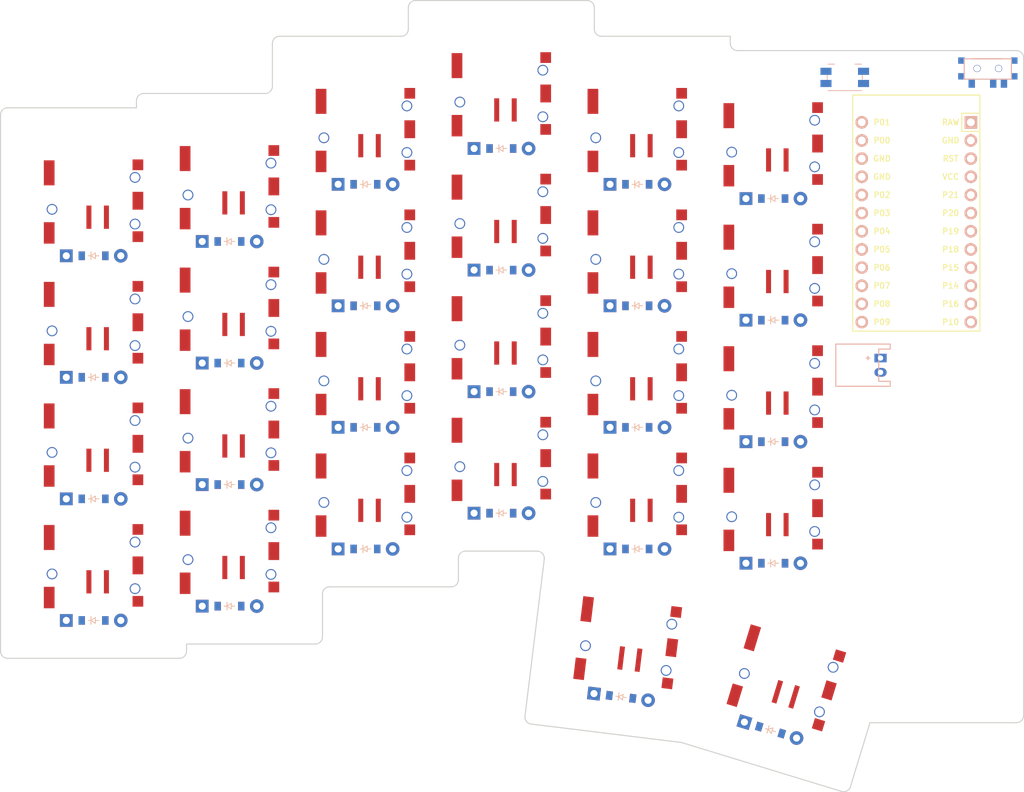
<source format=kicad_pcb>


(kicad_pcb
  (version 20240108)
  (generator "ergogen")
  (generator_version "4.1.0")
  (general
    (thickness 1.6)
    (legacy_teardrops no)
  )
  (paper "A3")
  (title_block
    (title "left")
    (date "2024-12-01")
    (rev "v1.0.0")
    (company "Unknown")
  )

  (layers
    (0 "F.Cu" signal)
    (31 "B.Cu" signal)
    (32 "B.Adhes" user "B.Adhesive")
    (33 "F.Adhes" user "F.Adhesive")
    (34 "B.Paste" user)
    (35 "F.Paste" user)
    (36 "B.SilkS" user "B.Silkscreen")
    (37 "F.SilkS" user "F.Silkscreen")
    (38 "B.Mask" user)
    (39 "F.Mask" user)
    (40 "Dwgs.User" user "User.Drawings")
    (41 "Cmts.User" user "User.Comments")
    (42 "Eco1.User" user "User.Eco1")
    (43 "Eco2.User" user "User.Eco2")
    (44 "Edge.Cuts" user)
    (45 "Margin" user)
    (46 "B.CrtYd" user "B.Courtyard")
    (47 "F.CrtYd" user "F.Courtyard")
    (48 "B.Fab" user)
    (49 "F.Fab" user)
  )

  (setup
    (pad_to_mask_clearance 0.05)
    (allow_soldermask_bridges_in_footprints no)
    (pcbplotparams
      (layerselection 0x00010fc_ffffffff)
      (plot_on_all_layers_selection 0x0000000_00000000)
      (disableapertmacros no)
      (usegerberextensions no)
      (usegerberattributes yes)
      (usegerberadvancedattributes yes)
      (creategerberjobfile yes)
      (dashed_line_dash_ratio 12.000000)
      (dashed_line_gap_ratio 3.000000)
      (svgprecision 4)
      (plotframeref no)
      (viasonmask no)
      (mode 1)
      (useauxorigin no)
      (hpglpennumber 1)
      (hpglpenspeed 20)
      (hpglpendiameter 15.000000)
      (pdf_front_fp_property_popups yes)
      (pdf_back_fp_property_popups yes)
      (dxfpolygonmode yes)
      (dxfimperialunits yes)
      (dxfusepcbnewfont yes)
      (psnegative no)
      (psa4output no)
      (plotreference yes)
      (plotvalue yes)
      (plotfptext yes)
      (plotinvisibletext no)
      (sketchpadsonfab no)
      (subtractmaskfromsilk no)
      (outputformat 1)
      (mirror no)
      (drillshape 1)
      (scaleselection 1)
      (outputdirectory "")
    )
  )

  (net 0 "")
(net 1 "RAW")
(net 2 "GND")
(net 3 "RST")
(net 4 "VCC")
(net 5 "P21")
(net 6 "P20")
(net 7 "P19")
(net 8 "P18")
(net 9 "P15")
(net 10 "P14")
(net 11 "P16")
(net 12 "P10")
(net 13 "P1")
(net 14 "P0")
(net 15 "P2")
(net 16 "P3")
(net 17 "P4")
(net 18 "P5")
(net 19 "P6")
(net 20 "P7")
(net 21 "P8")
(net 22 "P9")
(net 23 "NN_101")
(net 24 "NN_102")
(net 25 "NN_107")
(net 26 "EC_B7")
(net 27 "EC_D5")
(net 28 "EC_C7")
(net 29 "EC_F1")
(net 30 "EC_F0")
(net 31 "pos")
(net 32 "outer_mod")
(net 33 "outer_bottom")
(net 34 "outer_home")
(net 35 "outer_top")
(net 36 "pinky_mod")
(net 37 "pinky_bottom")
(net 38 "pinky_home")
(net 39 "pinky_top")
(net 40 "ring_mod")
(net 41 "ring_bottom")
(net 42 "ring_home")
(net 43 "ring_top")
(net 44 "middle_mod")
(net 45 "middle_bottom")
(net 46 "middle_home")
(net 47 "middle_top")
(net 48 "index_mod")
(net 49 "index_bottom")
(net 50 "index_home")
(net 51 "index_top")
(net 52 "inner_mod")
(net 53 "inner_bottom")
(net 54 "inner_home")
(net 55 "inner_top")
(net 56 "inner_thumb")
(net 57 "home_thumb")

  
          
        (module ProMicro (layer F.Cu) (tedit 5B307E4C)
        (at 215 100 -90)
  
        
        (fp_text reference "MCU1" (at 0 0) (layer F.SilkS) hide (effects (font (size 1.27 1.27) (thickness 0.15))))
        (fp_text value "" (at 0 0) (layer F.SilkS) hide (effects (font (size 1.27 1.27) (thickness 0.15))))
      
        
        (fp_line (start -19.304 -3.81) (end -14.224 -3.81) (layer Dwgs.User) (width 0.15))
        (fp_line (start -19.304 3.81) (end -19.304 -3.81) (layer Dwgs.User) (width 0.15))
        (fp_line (start -14.224 3.81) (end -19.304 3.81) (layer Dwgs.User) (width 0.15))
        (fp_line (start -14.224 -3.81) (end -14.224 3.81) (layer Dwgs.User) (width 0.15))
      
        
        (fp_line (start -17.78 8.89) (end 15.24 8.89) (layer F.SilkS) (width 0.15))
        (fp_line (start 15.24 8.89) (end 15.24 -8.89) (layer F.SilkS) (width 0.15))
        (fp_line (start 15.24 -8.89) (end -17.78 -8.89) (layer F.SilkS) (width 0.15))
        (fp_line (start -17.78 -8.89) (end -17.78 8.89) (layer F.SilkS) (width 0.15))
        
          
          
          (fp_line (start -15.24 -6.35) (end -12.7 -6.35) (layer F.SilkS) (width 0.15))
          (fp_line (start -15.24 -6.35) (end -15.24 -8.89) (layer F.SilkS) (width 0.15))
          (fp_line (start -12.7 -6.35) (end -12.7 -8.89) (layer F.SilkS) (width 0.15))
        
          
          (fp_text user RAW (at -13.97 -4.8 0) (layer F.SilkS) (effects (font (size 0.8 0.8) (thickness 0.15))))
          (fp_text user GND (at -11.43 -4.8 0) (layer F.SilkS) (effects (font (size 0.8 0.8) (thickness 0.15))))
          (fp_text user RST (at -8.89 -4.8 0) (layer F.SilkS) (effects (font (size 0.8 0.8) (thickness 0.15))))
          (fp_text user VCC (at -6.35 -4.8 0) (layer F.SilkS) (effects (font (size 0.8 0.8) (thickness 0.15))))
          (fp_text user P21 (at -3.81 -4.8 0) (layer F.SilkS) (effects (font (size 0.8 0.8) (thickness 0.15))))
          (fp_text user P20 (at -1.27 -4.8 0) (layer F.SilkS) (effects (font (size 0.8 0.8) (thickness 0.15))))
          (fp_text user P19 (at 1.27 -4.8 0) (layer F.SilkS) (effects (font (size 0.8 0.8) (thickness 0.15))))
          (fp_text user P18 (at 3.81 -4.8 0) (layer F.SilkS) (effects (font (size 0.8 0.8) (thickness 0.15))))
          (fp_text user P15 (at 6.35 -4.8 0) (layer F.SilkS) (effects (font (size 0.8 0.8) (thickness 0.15))))
          (fp_text user P14 (at 8.89 -4.8 0) (layer F.SilkS) (effects (font (size 0.8 0.8) (thickness 0.15))))
          (fp_text user P16 (at 11.43 -4.8 0) (layer F.SilkS) (effects (font (size 0.8 0.8) (thickness 0.15))))
          (fp_text user P10 (at 13.97 -4.8 0) (layer F.SilkS) (effects (font (size 0.8 0.8) (thickness 0.15))))
        
          (fp_text user P01 (at -13.97 4.8 0) (layer F.SilkS) (effects (font (size 0.8 0.8) (thickness 0.15))))
          (fp_text user P00 (at -11.43 4.8 0) (layer F.SilkS) (effects (font (size 0.8 0.8) (thickness 0.15))))
          (fp_text user GND (at -8.89 4.8 0) (layer F.SilkS) (effects (font (size 0.8 0.8) (thickness 0.15))))
          (fp_text user GND (at -6.35 4.8 0) (layer F.SilkS) (effects (font (size 0.8 0.8) (thickness 0.15))))
          (fp_text user P02 (at -3.81 4.8 0) (layer F.SilkS) (effects (font (size 0.8 0.8) (thickness 0.15))))
          (fp_text user P03 (at -1.27 4.8 0) (layer F.SilkS) (effects (font (size 0.8 0.8) (thickness 0.15))))
          (fp_text user P04 (at 1.27 4.8 0) (layer F.SilkS) (effects (font (size 0.8 0.8) (thickness 0.15))))
          (fp_text user P05 (at 3.81 4.8 0) (layer F.SilkS) (effects (font (size 0.8 0.8) (thickness 0.15))))
          (fp_text user P06 (at 6.35 4.8 0) (layer F.SilkS) (effects (font (size 0.8 0.8) (thickness 0.15))))
          (fp_text user P07 (at 8.89 4.8 0) (layer F.SilkS) (effects (font (size 0.8 0.8) (thickness 0.15))))
          (fp_text user P08 (at 11.43 4.8 0) (layer F.SilkS) (effects (font (size 0.8 0.8) (thickness 0.15))))
          (fp_text user P09 (at 13.97 4.8 0) (layer F.SilkS) (effects (font (size 0.8 0.8) (thickness 0.15))))
        
          
          (pad 1 thru_hole rect (at -13.97 -7.62 -90) (size 1.7526 1.7526) (drill 1.0922) (layers *.Cu *.SilkS *.Mask) (net 1 "RAW"))
          (pad 2 thru_hole circle (at -11.43 -7.62 0) (size 1.7526 1.7526) (drill 1.0922) (layers *.Cu *.SilkS *.Mask) (net 2 "GND"))
          (pad 3 thru_hole circle (at -8.89 -7.62 0) (size 1.7526 1.7526) (drill 1.0922) (layers *.Cu *.SilkS *.Mask) (net 3 "RST"))
          (pad 4 thru_hole circle (at -6.35 -7.62 0) (size 1.7526 1.7526) (drill 1.0922) (layers *.Cu *.SilkS *.Mask) (net 4 "VCC"))
          (pad 5 thru_hole circle (at -3.81 -7.62 0) (size 1.7526 1.7526) (drill 1.0922) (layers *.Cu *.SilkS *.Mask) (net 5 "P21"))
          (pad 6 thru_hole circle (at -1.27 -7.62 0) (size 1.7526 1.7526) (drill 1.0922) (layers *.Cu *.SilkS *.Mask) (net 6 "P20"))
          (pad 7 thru_hole circle (at 1.27 -7.62 0) (size 1.7526 1.7526) (drill 1.0922) (layers *.Cu *.SilkS *.Mask) (net 7 "P19"))
          (pad 8 thru_hole circle (at 3.81 -7.62 0) (size 1.7526 1.7526) (drill 1.0922) (layers *.Cu *.SilkS *.Mask) (net 8 "P18"))
          (pad 9 thru_hole circle (at 6.35 -7.62 0) (size 1.7526 1.7526) (drill 1.0922) (layers *.Cu *.SilkS *.Mask) (net 9 "P15"))
          (pad 10 thru_hole circle (at 8.89 -7.62 0) (size 1.7526 1.7526) (drill 1.0922) (layers *.Cu *.SilkS *.Mask) (net 10 "P14"))
          (pad 11 thru_hole circle (at 11.43 -7.62 0) (size 1.7526 1.7526) (drill 1.0922) (layers *.Cu *.SilkS *.Mask) (net 11 "P16"))
          (pad 12 thru_hole circle (at 13.97 -7.62 0) (size 1.7526 1.7526) (drill 1.0922) (layers *.Cu *.SilkS *.Mask) (net 12 "P10"))
          
          (pad 13 thru_hole circle (at -13.97 7.62 0) (size 1.7526 1.7526) (drill 1.0922) (layers *.Cu *.SilkS *.Mask) (net 13 "P1"))
          (pad 14 thru_hole circle (at -11.43 7.62 0) (size 1.7526 1.7526) (drill 1.0922) (layers *.Cu *.SilkS *.Mask) (net 14 "P0"))
          (pad 15 thru_hole circle (at -8.89 7.62 0) (size 1.7526 1.7526) (drill 1.0922) (layers *.Cu *.SilkS *.Mask) (net 2 "GND"))
          (pad 16 thru_hole circle (at -6.35 7.62 0) (size 1.7526 1.7526) (drill 1.0922) (layers *.Cu *.SilkS *.Mask) (net 2 "GND"))
          (pad 17 thru_hole circle (at -3.81 7.62 0) (size 1.7526 1.7526) (drill 1.0922) (layers *.Cu *.SilkS *.Mask) (net 15 "P2"))
          (pad 18 thru_hole circle (at -1.27 7.62 0) (size 1.7526 1.7526) (drill 1.0922) (layers *.Cu *.SilkS *.Mask) (net 16 "P3"))
          (pad 19 thru_hole circle (at 1.27 7.62 0) (size 1.7526 1.7526) (drill 1.0922) (layers *.Cu *.SilkS *.Mask) (net 17 "P4"))
          (pad 20 thru_hole circle (at 3.81 7.62 0) (size 1.7526 1.7526) (drill 1.0922) (layers *.Cu *.SilkS *.Mask) (net 18 "P5"))
          (pad 21 thru_hole circle (at 6.35 7.62 0) (size 1.7526 1.7526) (drill 1.0922) (layers *.Cu *.SilkS *.Mask) (net 19 "P6"))
          (pad 22 thru_hole circle (at 8.89 7.62 0) (size 1.7526 1.7526) (drill 1.0922) (layers *.Cu *.SilkS *.Mask) (net 20 "P7"))
          (pad 23 thru_hole circle (at 11.43 7.62 0) (size 1.7526 1.7526) (drill 1.0922) (layers *.Cu *.SilkS *.Mask) (net 21 "P8"))
          (pad 24 thru_hole circle (at 13.97 7.62 0) (size 1.7526 1.7526) (drill 1.0922) (layers *.Cu *.SilkS *.Mask) (net 22 "P9"))
          
        )
          

    
    (module JST_PH_S2B-PH-K_02x2.00mm_Angled (layer F.Cu) (tedit 58D3FE32)

        (descr "JST PH series connector, S2B-PH-K, side entry type, through hole, Datasheet: http://www.jst-mfg.com/product/pdf/eng/ePH.pdf")
        (tags "connector jst ph")

        (at 210 120 -90)

        
        (fp_text reference "JST1" (at 0 0) (layer F.SilkS) hide (effects (font (size 1.27 1.27) (thickness 0.15))))
        (fp_text value "" (at 0 0) (layer F.SilkS) hide (effects (font (size 1.27 1.27) (thickness 0.15))))

        (fp_line (start -2.25 0.25) (end -2.25 -1.35) (layer B.SilkS) (width 0.15))
        (fp_line (start -2.25 -1.35) (end -2.95 -1.35) (layer B.SilkS) (width 0.15))
        (fp_line (start -2.95 -1.35) (end -2.95 6.25) (layer B.SilkS) (width 0.15))
        (fp_line (start -2.95 6.25) (end 2.95 6.25) (layer B.SilkS) (width 0.15))
        (fp_line (start 2.95 6.25) (end 2.95 -1.35) (layer B.SilkS) (width 0.15))
        (fp_line (start 2.95 -1.35) (end 2.25 -1.35) (layer B.SilkS) (width 0.15))
        (fp_line (start 2.25 -1.35) (end 2.25 0.25) (layer B.SilkS) (width 0.15))
        (fp_line (start 2.25 0.25) (end -2.25 0.25) (layer B.SilkS) (width 0.15))

        (fp_line (start -1 1.5) (end -1 2.0) (layer B.SilkS) (width 0.15))
        (fp_line (start -1.25 1.75) (end -0.75 1.75) (layer B.SilkS) (width 0.15))

        (pad 1 thru_hole rect (at -1 0 -90) (size 1.2 1.7) (drill 0.75) (layers *.Cu *.Mask) (net 31 "pos"))
        (pad 2 thru_hole oval (at 1 0 -90) (size 1.2 1.7) (drill 0.75) (layers *.Cu *.Mask) (net 2 "GND"))
            
    )
    
    

  
    (module ComboDiode (layer F.Cu) (tedit 5B24D78E)


        (at 100 155.7 0)

        
        (fp_text reference "D1" (at 0 0) (layer F.SilkS) hide (effects (font (size 1.27 1.27) (thickness 0.15))))
        (fp_text value "" (at 0 0) (layer F.SilkS) hide (effects (font (size 1.27 1.27) (thickness 0.15))))
        
        
        (fp_line (start 0.25 0) (end 0.75 0) (layer F.SilkS) (width 0.1))
        (fp_line (start 0.25 0.4) (end -0.35 0) (layer F.SilkS) (width 0.1))
        (fp_line (start 0.25 -0.4) (end 0.25 0.4) (layer F.SilkS) (width 0.1))
        (fp_line (start -0.35 0) (end 0.25 -0.4) (layer F.SilkS) (width 0.1))
        (fp_line (start -0.35 0) (end -0.35 0.55) (layer F.SilkS) (width 0.1))
        (fp_line (start -0.35 0) (end -0.35 -0.55) (layer F.SilkS) (width 0.1))
        (fp_line (start -0.75 0) (end -0.35 0) (layer F.SilkS) (width 0.1))
        (fp_line (start 0.25 0) (end 0.75 0) (layer B.SilkS) (width 0.1))
        (fp_line (start 0.25 0.4) (end -0.35 0) (layer B.SilkS) (width 0.1))
        (fp_line (start 0.25 -0.4) (end 0.25 0.4) (layer B.SilkS) (width 0.1))
        (fp_line (start -0.35 0) (end 0.25 -0.4) (layer B.SilkS) (width 0.1))
        (fp_line (start -0.35 0) (end -0.35 0.55) (layer B.SilkS) (width 0.1))
        (fp_line (start -0.35 0) (end -0.35 -0.55) (layer B.SilkS) (width 0.1))
        (fp_line (start -0.75 0) (end -0.35 0) (layer B.SilkS) (width 0.1))
    
        
        (pad 1 smd rect (at -1.65 0 0) (size 0.9 1.2) (layers F.Cu F.Paste F.Mask) (net 16 "P3"))
        (pad 2 smd rect (at 1.65 0 0) (size 0.9 1.2) (layers B.Cu B.Paste B.Mask) (net 32 "outer_mod"))
        (pad 1 smd rect (at -1.65 0 0) (size 0.9 1.2) (layers B.Cu B.Paste B.Mask) (net 16 "P3"))
        (pad 2 smd rect (at 1.65 0 0) (size 0.9 1.2) (layers F.Cu F.Paste F.Mask) (net 32 "outer_mod"))
        
        
        (pad 1 thru_hole rect (at -3.81 0 0) (size 1.778 1.778) (drill 0.9906) (layers *.Cu *.Mask) (net 16 "P3"))
        (pad 2 thru_hole circle (at 3.81 0 0) (size 1.905 1.905) (drill 0.9906) (layers *.Cu *.Mask) (net 32 "outer_mod"))
    )
  
    

  
    (module ComboDiode (layer F.Cu) (tedit 5B24D78E)


        (at 100 138.7 0)

        
        (fp_text reference "D2" (at 0 0) (layer F.SilkS) hide (effects (font (size 1.27 1.27) (thickness 0.15))))
        (fp_text value "" (at 0 0) (layer F.SilkS) hide (effects (font (size 1.27 1.27) (thickness 0.15))))
        
        
        (fp_line (start 0.25 0) (end 0.75 0) (layer F.SilkS) (width 0.1))
        (fp_line (start 0.25 0.4) (end -0.35 0) (layer F.SilkS) (width 0.1))
        (fp_line (start 0.25 -0.4) (end 0.25 0.4) (layer F.SilkS) (width 0.1))
        (fp_line (start -0.35 0) (end 0.25 -0.4) (layer F.SilkS) (width 0.1))
        (fp_line (start -0.35 0) (end -0.35 0.55) (layer F.SilkS) (width 0.1))
        (fp_line (start -0.35 0) (end -0.35 -0.55) (layer F.SilkS) (width 0.1))
        (fp_line (start -0.75 0) (end -0.35 0) (layer F.SilkS) (width 0.1))
        (fp_line (start 0.25 0) (end 0.75 0) (layer B.SilkS) (width 0.1))
        (fp_line (start 0.25 0.4) (end -0.35 0) (layer B.SilkS) (width 0.1))
        (fp_line (start 0.25 -0.4) (end 0.25 0.4) (layer B.SilkS) (width 0.1))
        (fp_line (start -0.35 0) (end 0.25 -0.4) (layer B.SilkS) (width 0.1))
        (fp_line (start -0.35 0) (end -0.35 0.55) (layer B.SilkS) (width 0.1))
        (fp_line (start -0.35 0) (end -0.35 -0.55) (layer B.SilkS) (width 0.1))
        (fp_line (start -0.75 0) (end -0.35 0) (layer B.SilkS) (width 0.1))
    
        
        (pad 1 smd rect (at -1.65 0 0) (size 0.9 1.2) (layers F.Cu F.Paste F.Mask) (net 17 "P4"))
        (pad 2 smd rect (at 1.65 0 0) (size 0.9 1.2) (layers B.Cu B.Paste B.Mask) (net 33 "outer_bottom"))
        (pad 1 smd rect (at -1.65 0 0) (size 0.9 1.2) (layers B.Cu B.Paste B.Mask) (net 17 "P4"))
        (pad 2 smd rect (at 1.65 0 0) (size 0.9 1.2) (layers F.Cu F.Paste F.Mask) (net 33 "outer_bottom"))
        
        
        (pad 1 thru_hole rect (at -3.81 0 0) (size 1.778 1.778) (drill 0.9906) (layers *.Cu *.Mask) (net 17 "P4"))
        (pad 2 thru_hole circle (at 3.81 0 0) (size 1.905 1.905) (drill 0.9906) (layers *.Cu *.Mask) (net 33 "outer_bottom"))
    )
  
    

  
    (module ComboDiode (layer F.Cu) (tedit 5B24D78E)


        (at 100 121.7 0)

        
        (fp_text reference "D3" (at 0 0) (layer F.SilkS) hide (effects (font (size 1.27 1.27) (thickness 0.15))))
        (fp_text value "" (at 0 0) (layer F.SilkS) hide (effects (font (size 1.27 1.27) (thickness 0.15))))
        
        
        (fp_line (start 0.25 0) (end 0.75 0) (layer F.SilkS) (width 0.1))
        (fp_line (start 0.25 0.4) (end -0.35 0) (layer F.SilkS) (width 0.1))
        (fp_line (start 0.25 -0.4) (end 0.25 0.4) (layer F.SilkS) (width 0.1))
        (fp_line (start -0.35 0) (end 0.25 -0.4) (layer F.SilkS) (width 0.1))
        (fp_line (start -0.35 0) (end -0.35 0.55) (layer F.SilkS) (width 0.1))
        (fp_line (start -0.35 0) (end -0.35 -0.55) (layer F.SilkS) (width 0.1))
        (fp_line (start -0.75 0) (end -0.35 0) (layer F.SilkS) (width 0.1))
        (fp_line (start 0.25 0) (end 0.75 0) (layer B.SilkS) (width 0.1))
        (fp_line (start 0.25 0.4) (end -0.35 0) (layer B.SilkS) (width 0.1))
        (fp_line (start 0.25 -0.4) (end 0.25 0.4) (layer B.SilkS) (width 0.1))
        (fp_line (start -0.35 0) (end 0.25 -0.4) (layer B.SilkS) (width 0.1))
        (fp_line (start -0.35 0) (end -0.35 0.55) (layer B.SilkS) (width 0.1))
        (fp_line (start -0.35 0) (end -0.35 -0.55) (layer B.SilkS) (width 0.1))
        (fp_line (start -0.75 0) (end -0.35 0) (layer B.SilkS) (width 0.1))
    
        
        (pad 1 smd rect (at -1.65 0 0) (size 0.9 1.2) (layers F.Cu F.Paste F.Mask) (net 18 "P5"))
        (pad 2 smd rect (at 1.65 0 0) (size 0.9 1.2) (layers B.Cu B.Paste B.Mask) (net 34 "outer_home"))
        (pad 1 smd rect (at -1.65 0 0) (size 0.9 1.2) (layers B.Cu B.Paste B.Mask) (net 18 "P5"))
        (pad 2 smd rect (at 1.65 0 0) (size 0.9 1.2) (layers F.Cu F.Paste F.Mask) (net 34 "outer_home"))
        
        
        (pad 1 thru_hole rect (at -3.81 0 0) (size 1.778 1.778) (drill 0.9906) (layers *.Cu *.Mask) (net 18 "P5"))
        (pad 2 thru_hole circle (at 3.81 0 0) (size 1.905 1.905) (drill 0.9906) (layers *.Cu *.Mask) (net 34 "outer_home"))
    )
  
    

  
    (module ComboDiode (layer F.Cu) (tedit 5B24D78E)


        (at 100 104.7 0)

        
        (fp_text reference "D4" (at 0 0) (layer F.SilkS) hide (effects (font (size 1.27 1.27) (thickness 0.15))))
        (fp_text value "" (at 0 0) (layer F.SilkS) hide (effects (font (size 1.27 1.27) (thickness 0.15))))
        
        
        (fp_line (start 0.25 0) (end 0.75 0) (layer F.SilkS) (width 0.1))
        (fp_line (start 0.25 0.4) (end -0.35 0) (layer F.SilkS) (width 0.1))
        (fp_line (start 0.25 -0.4) (end 0.25 0.4) (layer F.SilkS) (width 0.1))
        (fp_line (start -0.35 0) (end 0.25 -0.4) (layer F.SilkS) (width 0.1))
        (fp_line (start -0.35 0) (end -0.35 0.55) (layer F.SilkS) (width 0.1))
        (fp_line (start -0.35 0) (end -0.35 -0.55) (layer F.SilkS) (width 0.1))
        (fp_line (start -0.75 0) (end -0.35 0) (layer F.SilkS) (width 0.1))
        (fp_line (start 0.25 0) (end 0.75 0) (layer B.SilkS) (width 0.1))
        (fp_line (start 0.25 0.4) (end -0.35 0) (layer B.SilkS) (width 0.1))
        (fp_line (start 0.25 -0.4) (end 0.25 0.4) (layer B.SilkS) (width 0.1))
        (fp_line (start -0.35 0) (end 0.25 -0.4) (layer B.SilkS) (width 0.1))
        (fp_line (start -0.35 0) (end -0.35 0.55) (layer B.SilkS) (width 0.1))
        (fp_line (start -0.35 0) (end -0.35 -0.55) (layer B.SilkS) (width 0.1))
        (fp_line (start -0.75 0) (end -0.35 0) (layer B.SilkS) (width 0.1))
    
        
        (pad 1 smd rect (at -1.65 0 0) (size 0.9 1.2) (layers F.Cu F.Paste F.Mask) (net 19 "P6"))
        (pad 2 smd rect (at 1.65 0 0) (size 0.9 1.2) (layers B.Cu B.Paste B.Mask) (net 35 "outer_top"))
        (pad 1 smd rect (at -1.65 0 0) (size 0.9 1.2) (layers B.Cu B.Paste B.Mask) (net 19 "P6"))
        (pad 2 smd rect (at 1.65 0 0) (size 0.9 1.2) (layers F.Cu F.Paste F.Mask) (net 35 "outer_top"))
        
        
        (pad 1 thru_hole rect (at -3.81 0 0) (size 1.778 1.778) (drill 0.9906) (layers *.Cu *.Mask) (net 19 "P6"))
        (pad 2 thru_hole circle (at 3.81 0 0) (size 1.905 1.905) (drill 0.9906) (layers *.Cu *.Mask) (net 35 "outer_top"))
    )
  
    

  
    (module ComboDiode (layer F.Cu) (tedit 5B24D78E)


        (at 119 153.7 0)

        
        (fp_text reference "D5" (at 0 0) (layer F.SilkS) hide (effects (font (size 1.27 1.27) (thickness 0.15))))
        (fp_text value "" (at 0 0) (layer F.SilkS) hide (effects (font (size 1.27 1.27) (thickness 0.15))))
        
        
        (fp_line (start 0.25 0) (end 0.75 0) (layer F.SilkS) (width 0.1))
        (fp_line (start 0.25 0.4) (end -0.35 0) (layer F.SilkS) (width 0.1))
        (fp_line (start 0.25 -0.4) (end 0.25 0.4) (layer F.SilkS) (width 0.1))
        (fp_line (start -0.35 0) (end 0.25 -0.4) (layer F.SilkS) (width 0.1))
        (fp_line (start -0.35 0) (end -0.35 0.55) (layer F.SilkS) (width 0.1))
        (fp_line (start -0.35 0) (end -0.35 -0.55) (layer F.SilkS) (width 0.1))
        (fp_line (start -0.75 0) (end -0.35 0) (layer F.SilkS) (width 0.1))
        (fp_line (start 0.25 0) (end 0.75 0) (layer B.SilkS) (width 0.1))
        (fp_line (start 0.25 0.4) (end -0.35 0) (layer B.SilkS) (width 0.1))
        (fp_line (start 0.25 -0.4) (end 0.25 0.4) (layer B.SilkS) (width 0.1))
        (fp_line (start -0.35 0) (end 0.25 -0.4) (layer B.SilkS) (width 0.1))
        (fp_line (start -0.35 0) (end -0.35 0.55) (layer B.SilkS) (width 0.1))
        (fp_line (start -0.35 0) (end -0.35 -0.55) (layer B.SilkS) (width 0.1))
        (fp_line (start -0.75 0) (end -0.35 0) (layer B.SilkS) (width 0.1))
    
        
        (pad 1 smd rect (at -1.65 0 0) (size 0.9 1.2) (layers F.Cu F.Paste F.Mask) (net 16 "P3"))
        (pad 2 smd rect (at 1.65 0 0) (size 0.9 1.2) (layers B.Cu B.Paste B.Mask) (net 36 "pinky_mod"))
        (pad 1 smd rect (at -1.65 0 0) (size 0.9 1.2) (layers B.Cu B.Paste B.Mask) (net 16 "P3"))
        (pad 2 smd rect (at 1.65 0 0) (size 0.9 1.2) (layers F.Cu F.Paste F.Mask) (net 36 "pinky_mod"))
        
        
        (pad 1 thru_hole rect (at -3.81 0 0) (size 1.778 1.778) (drill 0.9906) (layers *.Cu *.Mask) (net 16 "P3"))
        (pad 2 thru_hole circle (at 3.81 0 0) (size 1.905 1.905) (drill 0.9906) (layers *.Cu *.Mask) (net 36 "pinky_mod"))
    )
  
    

  
    (module ComboDiode (layer F.Cu) (tedit 5B24D78E)


        (at 119 136.7 0)

        
        (fp_text reference "D6" (at 0 0) (layer F.SilkS) hide (effects (font (size 1.27 1.27) (thickness 0.15))))
        (fp_text value "" (at 0 0) (layer F.SilkS) hide (effects (font (size 1.27 1.27) (thickness 0.15))))
        
        
        (fp_line (start 0.25 0) (end 0.75 0) (layer F.SilkS) (width 0.1))
        (fp_line (start 0.25 0.4) (end -0.35 0) (layer F.SilkS) (width 0.1))
        (fp_line (start 0.25 -0.4) (end 0.25 0.4) (layer F.SilkS) (width 0.1))
        (fp_line (start -0.35 0) (end 0.25 -0.4) (layer F.SilkS) (width 0.1))
        (fp_line (start -0.35 0) (end -0.35 0.55) (layer F.SilkS) (width 0.1))
        (fp_line (start -0.35 0) (end -0.35 -0.55) (layer F.SilkS) (width 0.1))
        (fp_line (start -0.75 0) (end -0.35 0) (layer F.SilkS) (width 0.1))
        (fp_line (start 0.25 0) (end 0.75 0) (layer B.SilkS) (width 0.1))
        (fp_line (start 0.25 0.4) (end -0.35 0) (layer B.SilkS) (width 0.1))
        (fp_line (start 0.25 -0.4) (end 0.25 0.4) (layer B.SilkS) (width 0.1))
        (fp_line (start -0.35 0) (end 0.25 -0.4) (layer B.SilkS) (width 0.1))
        (fp_line (start -0.35 0) (end -0.35 0.55) (layer B.SilkS) (width 0.1))
        (fp_line (start -0.35 0) (end -0.35 -0.55) (layer B.SilkS) (width 0.1))
        (fp_line (start -0.75 0) (end -0.35 0) (layer B.SilkS) (width 0.1))
    
        
        (pad 1 smd rect (at -1.65 0 0) (size 0.9 1.2) (layers F.Cu F.Paste F.Mask) (net 17 "P4"))
        (pad 2 smd rect (at 1.65 0 0) (size 0.9 1.2) (layers B.Cu B.Paste B.Mask) (net 37 "pinky_bottom"))
        (pad 1 smd rect (at -1.65 0 0) (size 0.9 1.2) (layers B.Cu B.Paste B.Mask) (net 17 "P4"))
        (pad 2 smd rect (at 1.65 0 0) (size 0.9 1.2) (layers F.Cu F.Paste F.Mask) (net 37 "pinky_bottom"))
        
        
        (pad 1 thru_hole rect (at -3.81 0 0) (size 1.778 1.778) (drill 0.9906) (layers *.Cu *.Mask) (net 17 "P4"))
        (pad 2 thru_hole circle (at 3.81 0 0) (size 1.905 1.905) (drill 0.9906) (layers *.Cu *.Mask) (net 37 "pinky_bottom"))
    )
  
    

  
    (module ComboDiode (layer F.Cu) (tedit 5B24D78E)


        (at 119 119.7 0)

        
        (fp_text reference "D7" (at 0 0) (layer F.SilkS) hide (effects (font (size 1.27 1.27) (thickness 0.15))))
        (fp_text value "" (at 0 0) (layer F.SilkS) hide (effects (font (size 1.27 1.27) (thickness 0.15))))
        
        
        (fp_line (start 0.25 0) (end 0.75 0) (layer F.SilkS) (width 0.1))
        (fp_line (start 0.25 0.4) (end -0.35 0) (layer F.SilkS) (width 0.1))
        (fp_line (start 0.25 -0.4) (end 0.25 0.4) (layer F.SilkS) (width 0.1))
        (fp_line (start -0.35 0) (end 0.25 -0.4) (layer F.SilkS) (width 0.1))
        (fp_line (start -0.35 0) (end -0.35 0.55) (layer F.SilkS) (width 0.1))
        (fp_line (start -0.35 0) (end -0.35 -0.55) (layer F.SilkS) (width 0.1))
        (fp_line (start -0.75 0) (end -0.35 0) (layer F.SilkS) (width 0.1))
        (fp_line (start 0.25 0) (end 0.75 0) (layer B.SilkS) (width 0.1))
        (fp_line (start 0.25 0.4) (end -0.35 0) (layer B.SilkS) (width 0.1))
        (fp_line (start 0.25 -0.4) (end 0.25 0.4) (layer B.SilkS) (width 0.1))
        (fp_line (start -0.35 0) (end 0.25 -0.4) (layer B.SilkS) (width 0.1))
        (fp_line (start -0.35 0) (end -0.35 0.55) (layer B.SilkS) (width 0.1))
        (fp_line (start -0.35 0) (end -0.35 -0.55) (layer B.SilkS) (width 0.1))
        (fp_line (start -0.75 0) (end -0.35 0) (layer B.SilkS) (width 0.1))
    
        
        (pad 1 smd rect (at -1.65 0 0) (size 0.9 1.2) (layers F.Cu F.Paste F.Mask) (net 18 "P5"))
        (pad 2 smd rect (at 1.65 0 0) (size 0.9 1.2) (layers B.Cu B.Paste B.Mask) (net 38 "pinky_home"))
        (pad 1 smd rect (at -1.65 0 0) (size 0.9 1.2) (layers B.Cu B.Paste B.Mask) (net 18 "P5"))
        (pad 2 smd rect (at 1.65 0 0) (size 0.9 1.2) (layers F.Cu F.Paste F.Mask) (net 38 "pinky_home"))
        
        
        (pad 1 thru_hole rect (at -3.81 0 0) (size 1.778 1.778) (drill 0.9906) (layers *.Cu *.Mask) (net 18 "P5"))
        (pad 2 thru_hole circle (at 3.81 0 0) (size 1.905 1.905) (drill 0.9906) (layers *.Cu *.Mask) (net 38 "pinky_home"))
    )
  
    

  
    (module ComboDiode (layer F.Cu) (tedit 5B24D78E)


        (at 119 102.7 0)

        
        (fp_text reference "D8" (at 0 0) (layer F.SilkS) hide (effects (font (size 1.27 1.27) (thickness 0.15))))
        (fp_text value "" (at 0 0) (layer F.SilkS) hide (effects (font (size 1.27 1.27) (thickness 0.15))))
        
        
        (fp_line (start 0.25 0) (end 0.75 0) (layer F.SilkS) (width 0.1))
        (fp_line (start 0.25 0.4) (end -0.35 0) (layer F.SilkS) (width 0.1))
        (fp_line (start 0.25 -0.4) (end 0.25 0.4) (layer F.SilkS) (width 0.1))
        (fp_line (start -0.35 0) (end 0.25 -0.4) (layer F.SilkS) (width 0.1))
        (fp_line (start -0.35 0) (end -0.35 0.55) (layer F.SilkS) (width 0.1))
        (fp_line (start -0.35 0) (end -0.35 -0.55) (layer F.SilkS) (width 0.1))
        (fp_line (start -0.75 0) (end -0.35 0) (layer F.SilkS) (width 0.1))
        (fp_line (start 0.25 0) (end 0.75 0) (layer B.SilkS) (width 0.1))
        (fp_line (start 0.25 0.4) (end -0.35 0) (layer B.SilkS) (width 0.1))
        (fp_line (start 0.25 -0.4) (end 0.25 0.4) (layer B.SilkS) (width 0.1))
        (fp_line (start -0.35 0) (end 0.25 -0.4) (layer B.SilkS) (width 0.1))
        (fp_line (start -0.35 0) (end -0.35 0.55) (layer B.SilkS) (width 0.1))
        (fp_line (start -0.35 0) (end -0.35 -0.55) (layer B.SilkS) (width 0.1))
        (fp_line (start -0.75 0) (end -0.35 0) (layer B.SilkS) (width 0.1))
    
        
        (pad 1 smd rect (at -1.65 0 0) (size 0.9 1.2) (layers F.Cu F.Paste F.Mask) (net 19 "P6"))
        (pad 2 smd rect (at 1.65 0 0) (size 0.9 1.2) (layers B.Cu B.Paste B.Mask) (net 39 "pinky_top"))
        (pad 1 smd rect (at -1.65 0 0) (size 0.9 1.2) (layers B.Cu B.Paste B.Mask) (net 19 "P6"))
        (pad 2 smd rect (at 1.65 0 0) (size 0.9 1.2) (layers F.Cu F.Paste F.Mask) (net 39 "pinky_top"))
        
        
        (pad 1 thru_hole rect (at -3.81 0 0) (size 1.778 1.778) (drill 0.9906) (layers *.Cu *.Mask) (net 19 "P6"))
        (pad 2 thru_hole circle (at 3.81 0 0) (size 1.905 1.905) (drill 0.9906) (layers *.Cu *.Mask) (net 39 "pinky_top"))
    )
  
    

  
    (module ComboDiode (layer F.Cu) (tedit 5B24D78E)


        (at 138 145.7 0)

        
        (fp_text reference "D9" (at 0 0) (layer F.SilkS) hide (effects (font (size 1.27 1.27) (thickness 0.15))))
        (fp_text value "" (at 0 0) (layer F.SilkS) hide (effects (font (size 1.27 1.27) (thickness 0.15))))
        
        
        (fp_line (start 0.25 0) (end 0.75 0) (layer F.SilkS) (width 0.1))
        (fp_line (start 0.25 0.4) (end -0.35 0) (layer F.SilkS) (width 0.1))
        (fp_line (start 0.25 -0.4) (end 0.25 0.4) (layer F.SilkS) (width 0.1))
        (fp_line (start -0.35 0) (end 0.25 -0.4) (layer F.SilkS) (width 0.1))
        (fp_line (start -0.35 0) (end -0.35 0.55) (layer F.SilkS) (width 0.1))
        (fp_line (start -0.35 0) (end -0.35 -0.55) (layer F.SilkS) (width 0.1))
        (fp_line (start -0.75 0) (end -0.35 0) (layer F.SilkS) (width 0.1))
        (fp_line (start 0.25 0) (end 0.75 0) (layer B.SilkS) (width 0.1))
        (fp_line (start 0.25 0.4) (end -0.35 0) (layer B.SilkS) (width 0.1))
        (fp_line (start 0.25 -0.4) (end 0.25 0.4) (layer B.SilkS) (width 0.1))
        (fp_line (start -0.35 0) (end 0.25 -0.4) (layer B.SilkS) (width 0.1))
        (fp_line (start -0.35 0) (end -0.35 0.55) (layer B.SilkS) (width 0.1))
        (fp_line (start -0.35 0) (end -0.35 -0.55) (layer B.SilkS) (width 0.1))
        (fp_line (start -0.75 0) (end -0.35 0) (layer B.SilkS) (width 0.1))
    
        
        (pad 1 smd rect (at -1.65 0 0) (size 0.9 1.2) (layers F.Cu F.Paste F.Mask) (net 16 "P3"))
        (pad 2 smd rect (at 1.65 0 0) (size 0.9 1.2) (layers B.Cu B.Paste B.Mask) (net 40 "ring_mod"))
        (pad 1 smd rect (at -1.65 0 0) (size 0.9 1.2) (layers B.Cu B.Paste B.Mask) (net 16 "P3"))
        (pad 2 smd rect (at 1.65 0 0) (size 0.9 1.2) (layers F.Cu F.Paste F.Mask) (net 40 "ring_mod"))
        
        
        (pad 1 thru_hole rect (at -3.81 0 0) (size 1.778 1.778) (drill 0.9906) (layers *.Cu *.Mask) (net 16 "P3"))
        (pad 2 thru_hole circle (at 3.81 0 0) (size 1.905 1.905) (drill 0.9906) (layers *.Cu *.Mask) (net 40 "ring_mod"))
    )
  
    

  
    (module ComboDiode (layer F.Cu) (tedit 5B24D78E)


        (at 138 128.7 0)

        
        (fp_text reference "D10" (at 0 0) (layer F.SilkS) hide (effects (font (size 1.27 1.27) (thickness 0.15))))
        (fp_text value "" (at 0 0) (layer F.SilkS) hide (effects (font (size 1.27 1.27) (thickness 0.15))))
        
        
        (fp_line (start 0.25 0) (end 0.75 0) (layer F.SilkS) (width 0.1))
        (fp_line (start 0.25 0.4) (end -0.35 0) (layer F.SilkS) (width 0.1))
        (fp_line (start 0.25 -0.4) (end 0.25 0.4) (layer F.SilkS) (width 0.1))
        (fp_line (start -0.35 0) (end 0.25 -0.4) (layer F.SilkS) (width 0.1))
        (fp_line (start -0.35 0) (end -0.35 0.55) (layer F.SilkS) (width 0.1))
        (fp_line (start -0.35 0) (end -0.35 -0.55) (layer F.SilkS) (width 0.1))
        (fp_line (start -0.75 0) (end -0.35 0) (layer F.SilkS) (width 0.1))
        (fp_line (start 0.25 0) (end 0.75 0) (layer B.SilkS) (width 0.1))
        (fp_line (start 0.25 0.4) (end -0.35 0) (layer B.SilkS) (width 0.1))
        (fp_line (start 0.25 -0.4) (end 0.25 0.4) (layer B.SilkS) (width 0.1))
        (fp_line (start -0.35 0) (end 0.25 -0.4) (layer B.SilkS) (width 0.1))
        (fp_line (start -0.35 0) (end -0.35 0.55) (layer B.SilkS) (width 0.1))
        (fp_line (start -0.35 0) (end -0.35 -0.55) (layer B.SilkS) (width 0.1))
        (fp_line (start -0.75 0) (end -0.35 0) (layer B.SilkS) (width 0.1))
    
        
        (pad 1 smd rect (at -1.65 0 0) (size 0.9 1.2) (layers F.Cu F.Paste F.Mask) (net 17 "P4"))
        (pad 2 smd rect (at 1.65 0 0) (size 0.9 1.2) (layers B.Cu B.Paste B.Mask) (net 41 "ring_bottom"))
        (pad 1 smd rect (at -1.65 0 0) (size 0.9 1.2) (layers B.Cu B.Paste B.Mask) (net 17 "P4"))
        (pad 2 smd rect (at 1.65 0 0) (size 0.9 1.2) (layers F.Cu F.Paste F.Mask) (net 41 "ring_bottom"))
        
        
        (pad 1 thru_hole rect (at -3.81 0 0) (size 1.778 1.778) (drill 0.9906) (layers *.Cu *.Mask) (net 17 "P4"))
        (pad 2 thru_hole circle (at 3.81 0 0) (size 1.905 1.905) (drill 0.9906) (layers *.Cu *.Mask) (net 41 "ring_bottom"))
    )
  
    

  
    (module ComboDiode (layer F.Cu) (tedit 5B24D78E)


        (at 138 111.7 0)

        
        (fp_text reference "D11" (at 0 0) (layer F.SilkS) hide (effects (font (size 1.27 1.27) (thickness 0.15))))
        (fp_text value "" (at 0 0) (layer F.SilkS) hide (effects (font (size 1.27 1.27) (thickness 0.15))))
        
        
        (fp_line (start 0.25 0) (end 0.75 0) (layer F.SilkS) (width 0.1))
        (fp_line (start 0.25 0.4) (end -0.35 0) (layer F.SilkS) (width 0.1))
        (fp_line (start 0.25 -0.4) (end 0.25 0.4) (layer F.SilkS) (width 0.1))
        (fp_line (start -0.35 0) (end 0.25 -0.4) (layer F.SilkS) (width 0.1))
        (fp_line (start -0.35 0) (end -0.35 0.55) (layer F.SilkS) (width 0.1))
        (fp_line (start -0.35 0) (end -0.35 -0.55) (layer F.SilkS) (width 0.1))
        (fp_line (start -0.75 0) (end -0.35 0) (layer F.SilkS) (width 0.1))
        (fp_line (start 0.25 0) (end 0.75 0) (layer B.SilkS) (width 0.1))
        (fp_line (start 0.25 0.4) (end -0.35 0) (layer B.SilkS) (width 0.1))
        (fp_line (start 0.25 -0.4) (end 0.25 0.4) (layer B.SilkS) (width 0.1))
        (fp_line (start -0.35 0) (end 0.25 -0.4) (layer B.SilkS) (width 0.1))
        (fp_line (start -0.35 0) (end -0.35 0.55) (layer B.SilkS) (width 0.1))
        (fp_line (start -0.35 0) (end -0.35 -0.55) (layer B.SilkS) (width 0.1))
        (fp_line (start -0.75 0) (end -0.35 0) (layer B.SilkS) (width 0.1))
    
        
        (pad 1 smd rect (at -1.65 0 0) (size 0.9 1.2) (layers F.Cu F.Paste F.Mask) (net 18 "P5"))
        (pad 2 smd rect (at 1.65 0 0) (size 0.9 1.2) (layers B.Cu B.Paste B.Mask) (net 42 "ring_home"))
        (pad 1 smd rect (at -1.65 0 0) (size 0.9 1.2) (layers B.Cu B.Paste B.Mask) (net 18 "P5"))
        (pad 2 smd rect (at 1.65 0 0) (size 0.9 1.2) (layers F.Cu F.Paste F.Mask) (net 42 "ring_home"))
        
        
        (pad 1 thru_hole rect (at -3.81 0 0) (size 1.778 1.778) (drill 0.9906) (layers *.Cu *.Mask) (net 18 "P5"))
        (pad 2 thru_hole circle (at 3.81 0 0) (size 1.905 1.905) (drill 0.9906) (layers *.Cu *.Mask) (net 42 "ring_home"))
    )
  
    

  
    (module ComboDiode (layer F.Cu) (tedit 5B24D78E)


        (at 138 94.7 0)

        
        (fp_text reference "D12" (at 0 0) (layer F.SilkS) hide (effects (font (size 1.27 1.27) (thickness 0.15))))
        (fp_text value "" (at 0 0) (layer F.SilkS) hide (effects (font (size 1.27 1.27) (thickness 0.15))))
        
        
        (fp_line (start 0.25 0) (end 0.75 0) (layer F.SilkS) (width 0.1))
        (fp_line (start 0.25 0.4) (end -0.35 0) (layer F.SilkS) (width 0.1))
        (fp_line (start 0.25 -0.4) (end 0.25 0.4) (layer F.SilkS) (width 0.1))
        (fp_line (start -0.35 0) (end 0.25 -0.4) (layer F.SilkS) (width 0.1))
        (fp_line (start -0.35 0) (end -0.35 0.55) (layer F.SilkS) (width 0.1))
        (fp_line (start -0.35 0) (end -0.35 -0.55) (layer F.SilkS) (width 0.1))
        (fp_line (start -0.75 0) (end -0.35 0) (layer F.SilkS) (width 0.1))
        (fp_line (start 0.25 0) (end 0.75 0) (layer B.SilkS) (width 0.1))
        (fp_line (start 0.25 0.4) (end -0.35 0) (layer B.SilkS) (width 0.1))
        (fp_line (start 0.25 -0.4) (end 0.25 0.4) (layer B.SilkS) (width 0.1))
        (fp_line (start -0.35 0) (end 0.25 -0.4) (layer B.SilkS) (width 0.1))
        (fp_line (start -0.35 0) (end -0.35 0.55) (layer B.SilkS) (width 0.1))
        (fp_line (start -0.35 0) (end -0.35 -0.55) (layer B.SilkS) (width 0.1))
        (fp_line (start -0.75 0) (end -0.35 0) (layer B.SilkS) (width 0.1))
    
        
        (pad 1 smd rect (at -1.65 0 0) (size 0.9 1.2) (layers F.Cu F.Paste F.Mask) (net 19 "P6"))
        (pad 2 smd rect (at 1.65 0 0) (size 0.9 1.2) (layers B.Cu B.Paste B.Mask) (net 43 "ring_top"))
        (pad 1 smd rect (at -1.65 0 0) (size 0.9 1.2) (layers B.Cu B.Paste B.Mask) (net 19 "P6"))
        (pad 2 smd rect (at 1.65 0 0) (size 0.9 1.2) (layers F.Cu F.Paste F.Mask) (net 43 "ring_top"))
        
        
        (pad 1 thru_hole rect (at -3.81 0 0) (size 1.778 1.778) (drill 0.9906) (layers *.Cu *.Mask) (net 19 "P6"))
        (pad 2 thru_hole circle (at 3.81 0 0) (size 1.905 1.905) (drill 0.9906) (layers *.Cu *.Mask) (net 43 "ring_top"))
    )
  
    

  
    (module ComboDiode (layer F.Cu) (tedit 5B24D78E)


        (at 157 140.7 0)

        
        (fp_text reference "D13" (at 0 0) (layer F.SilkS) hide (effects (font (size 1.27 1.27) (thickness 0.15))))
        (fp_text value "" (at 0 0) (layer F.SilkS) hide (effects (font (size 1.27 1.27) (thickness 0.15))))
        
        
        (fp_line (start 0.25 0) (end 0.75 0) (layer F.SilkS) (width 0.1))
        (fp_line (start 0.25 0.4) (end -0.35 0) (layer F.SilkS) (width 0.1))
        (fp_line (start 0.25 -0.4) (end 0.25 0.4) (layer F.SilkS) (width 0.1))
        (fp_line (start -0.35 0) (end 0.25 -0.4) (layer F.SilkS) (width 0.1))
        (fp_line (start -0.35 0) (end -0.35 0.55) (layer F.SilkS) (width 0.1))
        (fp_line (start -0.35 0) (end -0.35 -0.55) (layer F.SilkS) (width 0.1))
        (fp_line (start -0.75 0) (end -0.35 0) (layer F.SilkS) (width 0.1))
        (fp_line (start 0.25 0) (end 0.75 0) (layer B.SilkS) (width 0.1))
        (fp_line (start 0.25 0.4) (end -0.35 0) (layer B.SilkS) (width 0.1))
        (fp_line (start 0.25 -0.4) (end 0.25 0.4) (layer B.SilkS) (width 0.1))
        (fp_line (start -0.35 0) (end 0.25 -0.4) (layer B.SilkS) (width 0.1))
        (fp_line (start -0.35 0) (end -0.35 0.55) (layer B.SilkS) (width 0.1))
        (fp_line (start -0.35 0) (end -0.35 -0.55) (layer B.SilkS) (width 0.1))
        (fp_line (start -0.75 0) (end -0.35 0) (layer B.SilkS) (width 0.1))
    
        
        (pad 1 smd rect (at -1.65 0 0) (size 0.9 1.2) (layers F.Cu F.Paste F.Mask) (net 16 "P3"))
        (pad 2 smd rect (at 1.65 0 0) (size 0.9 1.2) (layers B.Cu B.Paste B.Mask) (net 44 "middle_mod"))
        (pad 1 smd rect (at -1.65 0 0) (size 0.9 1.2) (layers B.Cu B.Paste B.Mask) (net 16 "P3"))
        (pad 2 smd rect (at 1.65 0 0) (size 0.9 1.2) (layers F.Cu F.Paste F.Mask) (net 44 "middle_mod"))
        
        
        (pad 1 thru_hole rect (at -3.81 0 0) (size 1.778 1.778) (drill 0.9906) (layers *.Cu *.Mask) (net 16 "P3"))
        (pad 2 thru_hole circle (at 3.81 0 0) (size 1.905 1.905) (drill 0.9906) (layers *.Cu *.Mask) (net 44 "middle_mod"))
    )
  
    

  
    (module ComboDiode (layer F.Cu) (tedit 5B24D78E)


        (at 157 123.7 0)

        
        (fp_text reference "D14" (at 0 0) (layer F.SilkS) hide (effects (font (size 1.27 1.27) (thickness 0.15))))
        (fp_text value "" (at 0 0) (layer F.SilkS) hide (effects (font (size 1.27 1.27) (thickness 0.15))))
        
        
        (fp_line (start 0.25 0) (end 0.75 0) (layer F.SilkS) (width 0.1))
        (fp_line (start 0.25 0.4) (end -0.35 0) (layer F.SilkS) (width 0.1))
        (fp_line (start 0.25 -0.4) (end 0.25 0.4) (layer F.SilkS) (width 0.1))
        (fp_line (start -0.35 0) (end 0.25 -0.4) (layer F.SilkS) (width 0.1))
        (fp_line (start -0.35 0) (end -0.35 0.55) (layer F.SilkS) (width 0.1))
        (fp_line (start -0.35 0) (end -0.35 -0.55) (layer F.SilkS) (width 0.1))
        (fp_line (start -0.75 0) (end -0.35 0) (layer F.SilkS) (width 0.1))
        (fp_line (start 0.25 0) (end 0.75 0) (layer B.SilkS) (width 0.1))
        (fp_line (start 0.25 0.4) (end -0.35 0) (layer B.SilkS) (width 0.1))
        (fp_line (start 0.25 -0.4) (end 0.25 0.4) (layer B.SilkS) (width 0.1))
        (fp_line (start -0.35 0) (end 0.25 -0.4) (layer B.SilkS) (width 0.1))
        (fp_line (start -0.35 0) (end -0.35 0.55) (layer B.SilkS) (width 0.1))
        (fp_line (start -0.35 0) (end -0.35 -0.55) (layer B.SilkS) (width 0.1))
        (fp_line (start -0.75 0) (end -0.35 0) (layer B.SilkS) (width 0.1))
    
        
        (pad 1 smd rect (at -1.65 0 0) (size 0.9 1.2) (layers F.Cu F.Paste F.Mask) (net 17 "P4"))
        (pad 2 smd rect (at 1.65 0 0) (size 0.9 1.2) (layers B.Cu B.Paste B.Mask) (net 45 "middle_bottom"))
        (pad 1 smd rect (at -1.65 0 0) (size 0.9 1.2) (layers B.Cu B.Paste B.Mask) (net 17 "P4"))
        (pad 2 smd rect (at 1.65 0 0) (size 0.9 1.2) (layers F.Cu F.Paste F.Mask) (net 45 "middle_bottom"))
        
        
        (pad 1 thru_hole rect (at -3.81 0 0) (size 1.778 1.778) (drill 0.9906) (layers *.Cu *.Mask) (net 17 "P4"))
        (pad 2 thru_hole circle (at 3.81 0 0) (size 1.905 1.905) (drill 0.9906) (layers *.Cu *.Mask) (net 45 "middle_bottom"))
    )
  
    

  
    (module ComboDiode (layer F.Cu) (tedit 5B24D78E)


        (at 157 106.7 0)

        
        (fp_text reference "D15" (at 0 0) (layer F.SilkS) hide (effects (font (size 1.27 1.27) (thickness 0.15))))
        (fp_text value "" (at 0 0) (layer F.SilkS) hide (effects (font (size 1.27 1.27) (thickness 0.15))))
        
        
        (fp_line (start 0.25 0) (end 0.75 0) (layer F.SilkS) (width 0.1))
        (fp_line (start 0.25 0.4) (end -0.35 0) (layer F.SilkS) (width 0.1))
        (fp_line (start 0.25 -0.4) (end 0.25 0.4) (layer F.SilkS) (width 0.1))
        (fp_line (start -0.35 0) (end 0.25 -0.4) (layer F.SilkS) (width 0.1))
        (fp_line (start -0.35 0) (end -0.35 0.55) (layer F.SilkS) (width 0.1))
        (fp_line (start -0.35 0) (end -0.35 -0.55) (layer F.SilkS) (width 0.1))
        (fp_line (start -0.75 0) (end -0.35 0) (layer F.SilkS) (width 0.1))
        (fp_line (start 0.25 0) (end 0.75 0) (layer B.SilkS) (width 0.1))
        (fp_line (start 0.25 0.4) (end -0.35 0) (layer B.SilkS) (width 0.1))
        (fp_line (start 0.25 -0.4) (end 0.25 0.4) (layer B.SilkS) (width 0.1))
        (fp_line (start -0.35 0) (end 0.25 -0.4) (layer B.SilkS) (width 0.1))
        (fp_line (start -0.35 0) (end -0.35 0.55) (layer B.SilkS) (width 0.1))
        (fp_line (start -0.35 0) (end -0.35 -0.55) (layer B.SilkS) (width 0.1))
        (fp_line (start -0.75 0) (end -0.35 0) (layer B.SilkS) (width 0.1))
    
        
        (pad 1 smd rect (at -1.65 0 0) (size 0.9 1.2) (layers F.Cu F.Paste F.Mask) (net 18 "P5"))
        (pad 2 smd rect (at 1.65 0 0) (size 0.9 1.2) (layers B.Cu B.Paste B.Mask) (net 46 "middle_home"))
        (pad 1 smd rect (at -1.65 0 0) (size 0.9 1.2) (layers B.Cu B.Paste B.Mask) (net 18 "P5"))
        (pad 2 smd rect (at 1.65 0 0) (size 0.9 1.2) (layers F.Cu F.Paste F.Mask) (net 46 "middle_home"))
        
        
        (pad 1 thru_hole rect (at -3.81 0 0) (size 1.778 1.778) (drill 0.9906) (layers *.Cu *.Mask) (net 18 "P5"))
        (pad 2 thru_hole circle (at 3.81 0 0) (size 1.905 1.905) (drill 0.9906) (layers *.Cu *.Mask) (net 46 "middle_home"))
    )
  
    

  
    (module ComboDiode (layer F.Cu) (tedit 5B24D78E)


        (at 157 89.7 0)

        
        (fp_text reference "D16" (at 0 0) (layer F.SilkS) hide (effects (font (size 1.27 1.27) (thickness 0.15))))
        (fp_text value "" (at 0 0) (layer F.SilkS) hide (effects (font (size 1.27 1.27) (thickness 0.15))))
        
        
        (fp_line (start 0.25 0) (end 0.75 0) (layer F.SilkS) (width 0.1))
        (fp_line (start 0.25 0.4) (end -0.35 0) (layer F.SilkS) (width 0.1))
        (fp_line (start 0.25 -0.4) (end 0.25 0.4) (layer F.SilkS) (width 0.1))
        (fp_line (start -0.35 0) (end 0.25 -0.4) (layer F.SilkS) (width 0.1))
        (fp_line (start -0.35 0) (end -0.35 0.55) (layer F.SilkS) (width 0.1))
        (fp_line (start -0.35 0) (end -0.35 -0.55) (layer F.SilkS) (width 0.1))
        (fp_line (start -0.75 0) (end -0.35 0) (layer F.SilkS) (width 0.1))
        (fp_line (start 0.25 0) (end 0.75 0) (layer B.SilkS) (width 0.1))
        (fp_line (start 0.25 0.4) (end -0.35 0) (layer B.SilkS) (width 0.1))
        (fp_line (start 0.25 -0.4) (end 0.25 0.4) (layer B.SilkS) (width 0.1))
        (fp_line (start -0.35 0) (end 0.25 -0.4) (layer B.SilkS) (width 0.1))
        (fp_line (start -0.35 0) (end -0.35 0.55) (layer B.SilkS) (width 0.1))
        (fp_line (start -0.35 0) (end -0.35 -0.55) (layer B.SilkS) (width 0.1))
        (fp_line (start -0.75 0) (end -0.35 0) (layer B.SilkS) (width 0.1))
    
        
        (pad 1 smd rect (at -1.65 0 0) (size 0.9 1.2) (layers F.Cu F.Paste F.Mask) (net 19 "P6"))
        (pad 2 smd rect (at 1.65 0 0) (size 0.9 1.2) (layers B.Cu B.Paste B.Mask) (net 47 "middle_top"))
        (pad 1 smd rect (at -1.65 0 0) (size 0.9 1.2) (layers B.Cu B.Paste B.Mask) (net 19 "P6"))
        (pad 2 smd rect (at 1.65 0 0) (size 0.9 1.2) (layers F.Cu F.Paste F.Mask) (net 47 "middle_top"))
        
        
        (pad 1 thru_hole rect (at -3.81 0 0) (size 1.778 1.778) (drill 0.9906) (layers *.Cu *.Mask) (net 19 "P6"))
        (pad 2 thru_hole circle (at 3.81 0 0) (size 1.905 1.905) (drill 0.9906) (layers *.Cu *.Mask) (net 47 "middle_top"))
    )
  
    

  
    (module ComboDiode (layer F.Cu) (tedit 5B24D78E)


        (at 176 145.7 0)

        
        (fp_text reference "D17" (at 0 0) (layer F.SilkS) hide (effects (font (size 1.27 1.27) (thickness 0.15))))
        (fp_text value "" (at 0 0) (layer F.SilkS) hide (effects (font (size 1.27 1.27) (thickness 0.15))))
        
        
        (fp_line (start 0.25 0) (end 0.75 0) (layer F.SilkS) (width 0.1))
        (fp_line (start 0.25 0.4) (end -0.35 0) (layer F.SilkS) (width 0.1))
        (fp_line (start 0.25 -0.4) (end 0.25 0.4) (layer F.SilkS) (width 0.1))
        (fp_line (start -0.35 0) (end 0.25 -0.4) (layer F.SilkS) (width 0.1))
        (fp_line (start -0.35 0) (end -0.35 0.55) (layer F.SilkS) (width 0.1))
        (fp_line (start -0.35 0) (end -0.35 -0.55) (layer F.SilkS) (width 0.1))
        (fp_line (start -0.75 0) (end -0.35 0) (layer F.SilkS) (width 0.1))
        (fp_line (start 0.25 0) (end 0.75 0) (layer B.SilkS) (width 0.1))
        (fp_line (start 0.25 0.4) (end -0.35 0) (layer B.SilkS) (width 0.1))
        (fp_line (start 0.25 -0.4) (end 0.25 0.4) (layer B.SilkS) (width 0.1))
        (fp_line (start -0.35 0) (end 0.25 -0.4) (layer B.SilkS) (width 0.1))
        (fp_line (start -0.35 0) (end -0.35 0.55) (layer B.SilkS) (width 0.1))
        (fp_line (start -0.35 0) (end -0.35 -0.55) (layer B.SilkS) (width 0.1))
        (fp_line (start -0.75 0) (end -0.35 0) (layer B.SilkS) (width 0.1))
    
        
        (pad 1 smd rect (at -1.65 0 0) (size 0.9 1.2) (layers F.Cu F.Paste F.Mask) (net 16 "P3"))
        (pad 2 smd rect (at 1.65 0 0) (size 0.9 1.2) (layers B.Cu B.Paste B.Mask) (net 48 "index_mod"))
        (pad 1 smd rect (at -1.65 0 0) (size 0.9 1.2) (layers B.Cu B.Paste B.Mask) (net 16 "P3"))
        (pad 2 smd rect (at 1.65 0 0) (size 0.9 1.2) (layers F.Cu F.Paste F.Mask) (net 48 "index_mod"))
        
        
        (pad 1 thru_hole rect (at -3.81 0 0) (size 1.778 1.778) (drill 0.9906) (layers *.Cu *.Mask) (net 16 "P3"))
        (pad 2 thru_hole circle (at 3.81 0 0) (size 1.905 1.905) (drill 0.9906) (layers *.Cu *.Mask) (net 48 "index_mod"))
    )
  
    

  
    (module ComboDiode (layer F.Cu) (tedit 5B24D78E)


        (at 176 128.7 0)

        
        (fp_text reference "D18" (at 0 0) (layer F.SilkS) hide (effects (font (size 1.27 1.27) (thickness 0.15))))
        (fp_text value "" (at 0 0) (layer F.SilkS) hide (effects (font (size 1.27 1.27) (thickness 0.15))))
        
        
        (fp_line (start 0.25 0) (end 0.75 0) (layer F.SilkS) (width 0.1))
        (fp_line (start 0.25 0.4) (end -0.35 0) (layer F.SilkS) (width 0.1))
        (fp_line (start 0.25 -0.4) (end 0.25 0.4) (layer F.SilkS) (width 0.1))
        (fp_line (start -0.35 0) (end 0.25 -0.4) (layer F.SilkS) (width 0.1))
        (fp_line (start -0.35 0) (end -0.35 0.55) (layer F.SilkS) (width 0.1))
        (fp_line (start -0.35 0) (end -0.35 -0.55) (layer F.SilkS) (width 0.1))
        (fp_line (start -0.75 0) (end -0.35 0) (layer F.SilkS) (width 0.1))
        (fp_line (start 0.25 0) (end 0.75 0) (layer B.SilkS) (width 0.1))
        (fp_line (start 0.25 0.4) (end -0.35 0) (layer B.SilkS) (width 0.1))
        (fp_line (start 0.25 -0.4) (end 0.25 0.4) (layer B.SilkS) (width 0.1))
        (fp_line (start -0.35 0) (end 0.25 -0.4) (layer B.SilkS) (width 0.1))
        (fp_line (start -0.35 0) (end -0.35 0.55) (layer B.SilkS) (width 0.1))
        (fp_line (start -0.35 0) (end -0.35 -0.55) (layer B.SilkS) (width 0.1))
        (fp_line (start -0.75 0) (end -0.35 0) (layer B.SilkS) (width 0.1))
    
        
        (pad 1 smd rect (at -1.65 0 0) (size 0.9 1.2) (layers F.Cu F.Paste F.Mask) (net 17 "P4"))
        (pad 2 smd rect (at 1.65 0 0) (size 0.9 1.2) (layers B.Cu B.Paste B.Mask) (net 49 "index_bottom"))
        (pad 1 smd rect (at -1.65 0 0) (size 0.9 1.2) (layers B.Cu B.Paste B.Mask) (net 17 "P4"))
        (pad 2 smd rect (at 1.65 0 0) (size 0.9 1.2) (layers F.Cu F.Paste F.Mask) (net 49 "index_bottom"))
        
        
        (pad 1 thru_hole rect (at -3.81 0 0) (size 1.778 1.778) (drill 0.9906) (layers *.Cu *.Mask) (net 17 "P4"))
        (pad 2 thru_hole circle (at 3.81 0 0) (size 1.905 1.905) (drill 0.9906) (layers *.Cu *.Mask) (net 49 "index_bottom"))
    )
  
    

  
    (module ComboDiode (layer F.Cu) (tedit 5B24D78E)


        (at 176 111.7 0)

        
        (fp_text reference "D19" (at 0 0) (layer F.SilkS) hide (effects (font (size 1.27 1.27) (thickness 0.15))))
        (fp_text value "" (at 0 0) (layer F.SilkS) hide (effects (font (size 1.27 1.27) (thickness 0.15))))
        
        
        (fp_line (start 0.25 0) (end 0.75 0) (layer F.SilkS) (width 0.1))
        (fp_line (start 0.25 0.4) (end -0.35 0) (layer F.SilkS) (width 0.1))
        (fp_line (start 0.25 -0.4) (end 0.25 0.4) (layer F.SilkS) (width 0.1))
        (fp_line (start -0.35 0) (end 0.25 -0.4) (layer F.SilkS) (width 0.1))
        (fp_line (start -0.35 0) (end -0.35 0.55) (layer F.SilkS) (width 0.1))
        (fp_line (start -0.35 0) (end -0.35 -0.55) (layer F.SilkS) (width 0.1))
        (fp_line (start -0.75 0) (end -0.35 0) (layer F.SilkS) (width 0.1))
        (fp_line (start 0.25 0) (end 0.75 0) (layer B.SilkS) (width 0.1))
        (fp_line (start 0.25 0.4) (end -0.35 0) (layer B.SilkS) (width 0.1))
        (fp_line (start 0.25 -0.4) (end 0.25 0.4) (layer B.SilkS) (width 0.1))
        (fp_line (start -0.35 0) (end 0.25 -0.4) (layer B.SilkS) (width 0.1))
        (fp_line (start -0.35 0) (end -0.35 0.55) (layer B.SilkS) (width 0.1))
        (fp_line (start -0.35 0) (end -0.35 -0.55) (layer B.SilkS) (width 0.1))
        (fp_line (start -0.75 0) (end -0.35 0) (layer B.SilkS) (width 0.1))
    
        
        (pad 1 smd rect (at -1.65 0 0) (size 0.9 1.2) (layers F.Cu F.Paste F.Mask) (net 18 "P5"))
        (pad 2 smd rect (at 1.65 0 0) (size 0.9 1.2) (layers B.Cu B.Paste B.Mask) (net 50 "index_home"))
        (pad 1 smd rect (at -1.65 0 0) (size 0.9 1.2) (layers B.Cu B.Paste B.Mask) (net 18 "P5"))
        (pad 2 smd rect (at 1.65 0 0) (size 0.9 1.2) (layers F.Cu F.Paste F.Mask) (net 50 "index_home"))
        
        
        (pad 1 thru_hole rect (at -3.81 0 0) (size 1.778 1.778) (drill 0.9906) (layers *.Cu *.Mask) (net 18 "P5"))
        (pad 2 thru_hole circle (at 3.81 0 0) (size 1.905 1.905) (drill 0.9906) (layers *.Cu *.Mask) (net 50 "index_home"))
    )
  
    

  
    (module ComboDiode (layer F.Cu) (tedit 5B24D78E)


        (at 176 94.7 0)

        
        (fp_text reference "D20" (at 0 0) (layer F.SilkS) hide (effects (font (size 1.27 1.27) (thickness 0.15))))
        (fp_text value "" (at 0 0) (layer F.SilkS) hide (effects (font (size 1.27 1.27) (thickness 0.15))))
        
        
        (fp_line (start 0.25 0) (end 0.75 0) (layer F.SilkS) (width 0.1))
        (fp_line (start 0.25 0.4) (end -0.35 0) (layer F.SilkS) (width 0.1))
        (fp_line (start 0.25 -0.4) (end 0.25 0.4) (layer F.SilkS) (width 0.1))
        (fp_line (start -0.35 0) (end 0.25 -0.4) (layer F.SilkS) (width 0.1))
        (fp_line (start -0.35 0) (end -0.35 0.55) (layer F.SilkS) (width 0.1))
        (fp_line (start -0.35 0) (end -0.35 -0.55) (layer F.SilkS) (width 0.1))
        (fp_line (start -0.75 0) (end -0.35 0) (layer F.SilkS) (width 0.1))
        (fp_line (start 0.25 0) (end 0.75 0) (layer B.SilkS) (width 0.1))
        (fp_line (start 0.25 0.4) (end -0.35 0) (layer B.SilkS) (width 0.1))
        (fp_line (start 0.25 -0.4) (end 0.25 0.4) (layer B.SilkS) (width 0.1))
        (fp_line (start -0.35 0) (end 0.25 -0.4) (layer B.SilkS) (width 0.1))
        (fp_line (start -0.35 0) (end -0.35 0.55) (layer B.SilkS) (width 0.1))
        (fp_line (start -0.35 0) (end -0.35 -0.55) (layer B.SilkS) (width 0.1))
        (fp_line (start -0.75 0) (end -0.35 0) (layer B.SilkS) (width 0.1))
    
        
        (pad 1 smd rect (at -1.65 0 0) (size 0.9 1.2) (layers F.Cu F.Paste F.Mask) (net 19 "P6"))
        (pad 2 smd rect (at 1.65 0 0) (size 0.9 1.2) (layers B.Cu B.Paste B.Mask) (net 51 "index_top"))
        (pad 1 smd rect (at -1.65 0 0) (size 0.9 1.2) (layers B.Cu B.Paste B.Mask) (net 19 "P6"))
        (pad 2 smd rect (at 1.65 0 0) (size 0.9 1.2) (layers F.Cu F.Paste F.Mask) (net 51 "index_top"))
        
        
        (pad 1 thru_hole rect (at -3.81 0 0) (size 1.778 1.778) (drill 0.9906) (layers *.Cu *.Mask) (net 19 "P6"))
        (pad 2 thru_hole circle (at 3.81 0 0) (size 1.905 1.905) (drill 0.9906) (layers *.Cu *.Mask) (net 51 "index_top"))
    )
  
    

  
    (module ComboDiode (layer F.Cu) (tedit 5B24D78E)


        (at 195 147.7 0)

        
        (fp_text reference "D21" (at 0 0) (layer F.SilkS) hide (effects (font (size 1.27 1.27) (thickness 0.15))))
        (fp_text value "" (at 0 0) (layer F.SilkS) hide (effects (font (size 1.27 1.27) (thickness 0.15))))
        
        
        (fp_line (start 0.25 0) (end 0.75 0) (layer F.SilkS) (width 0.1))
        (fp_line (start 0.25 0.4) (end -0.35 0) (layer F.SilkS) (width 0.1))
        (fp_line (start 0.25 -0.4) (end 0.25 0.4) (layer F.SilkS) (width 0.1))
        (fp_line (start -0.35 0) (end 0.25 -0.4) (layer F.SilkS) (width 0.1))
        (fp_line (start -0.35 0) (end -0.35 0.55) (layer F.SilkS) (width 0.1))
        (fp_line (start -0.35 0) (end -0.35 -0.55) (layer F.SilkS) (width 0.1))
        (fp_line (start -0.75 0) (end -0.35 0) (layer F.SilkS) (width 0.1))
        (fp_line (start 0.25 0) (end 0.75 0) (layer B.SilkS) (width 0.1))
        (fp_line (start 0.25 0.4) (end -0.35 0) (layer B.SilkS) (width 0.1))
        (fp_line (start 0.25 -0.4) (end 0.25 0.4) (layer B.SilkS) (width 0.1))
        (fp_line (start -0.35 0) (end 0.25 -0.4) (layer B.SilkS) (width 0.1))
        (fp_line (start -0.35 0) (end -0.35 0.55) (layer B.SilkS) (width 0.1))
        (fp_line (start -0.35 0) (end -0.35 -0.55) (layer B.SilkS) (width 0.1))
        (fp_line (start -0.75 0) (end -0.35 0) (layer B.SilkS) (width 0.1))
    
        
        (pad 1 smd rect (at -1.65 0 0) (size 0.9 1.2) (layers F.Cu F.Paste F.Mask) (net 16 "P3"))
        (pad 2 smd rect (at 1.65 0 0) (size 0.9 1.2) (layers B.Cu B.Paste B.Mask) (net 52 "inner_mod"))
        (pad 1 smd rect (at -1.65 0 0) (size 0.9 1.2) (layers B.Cu B.Paste B.Mask) (net 16 "P3"))
        (pad 2 smd rect (at 1.65 0 0) (size 0.9 1.2) (layers F.Cu F.Paste F.Mask) (net 52 "inner_mod"))
        
        
        (pad 1 thru_hole rect (at -3.81 0 0) (size 1.778 1.778) (drill 0.9906) (layers *.Cu *.Mask) (net 16 "P3"))
        (pad 2 thru_hole circle (at 3.81 0 0) (size 1.905 1.905) (drill 0.9906) (layers *.Cu *.Mask) (net 52 "inner_mod"))
    )
  
    

  
    (module ComboDiode (layer F.Cu) (tedit 5B24D78E)


        (at 195 130.7 0)

        
        (fp_text reference "D22" (at 0 0) (layer F.SilkS) hide (effects (font (size 1.27 1.27) (thickness 0.15))))
        (fp_text value "" (at 0 0) (layer F.SilkS) hide (effects (font (size 1.27 1.27) (thickness 0.15))))
        
        
        (fp_line (start 0.25 0) (end 0.75 0) (layer F.SilkS) (width 0.1))
        (fp_line (start 0.25 0.4) (end -0.35 0) (layer F.SilkS) (width 0.1))
        (fp_line (start 0.25 -0.4) (end 0.25 0.4) (layer F.SilkS) (width 0.1))
        (fp_line (start -0.35 0) (end 0.25 -0.4) (layer F.SilkS) (width 0.1))
        (fp_line (start -0.35 0) (end -0.35 0.55) (layer F.SilkS) (width 0.1))
        (fp_line (start -0.35 0) (end -0.35 -0.55) (layer F.SilkS) (width 0.1))
        (fp_line (start -0.75 0) (end -0.35 0) (layer F.SilkS) (width 0.1))
        (fp_line (start 0.25 0) (end 0.75 0) (layer B.SilkS) (width 0.1))
        (fp_line (start 0.25 0.4) (end -0.35 0) (layer B.SilkS) (width 0.1))
        (fp_line (start 0.25 -0.4) (end 0.25 0.4) (layer B.SilkS) (width 0.1))
        (fp_line (start -0.35 0) (end 0.25 -0.4) (layer B.SilkS) (width 0.1))
        (fp_line (start -0.35 0) (end -0.35 0.55) (layer B.SilkS) (width 0.1))
        (fp_line (start -0.35 0) (end -0.35 -0.55) (layer B.SilkS) (width 0.1))
        (fp_line (start -0.75 0) (end -0.35 0) (layer B.SilkS) (width 0.1))
    
        
        (pad 1 smd rect (at -1.65 0 0) (size 0.9 1.2) (layers F.Cu F.Paste F.Mask) (net 17 "P4"))
        (pad 2 smd rect (at 1.65 0 0) (size 0.9 1.2) (layers B.Cu B.Paste B.Mask) (net 53 "inner_bottom"))
        (pad 1 smd rect (at -1.65 0 0) (size 0.9 1.2) (layers B.Cu B.Paste B.Mask) (net 17 "P4"))
        (pad 2 smd rect (at 1.65 0 0) (size 0.9 1.2) (layers F.Cu F.Paste F.Mask) (net 53 "inner_bottom"))
        
        
        (pad 1 thru_hole rect (at -3.81 0 0) (size 1.778 1.778) (drill 0.9906) (layers *.Cu *.Mask) (net 17 "P4"))
        (pad 2 thru_hole circle (at 3.81 0 0) (size 1.905 1.905) (drill 0.9906) (layers *.Cu *.Mask) (net 53 "inner_bottom"))
    )
  
    

  
    (module ComboDiode (layer F.Cu) (tedit 5B24D78E)


        (at 195 113.7 0)

        
        (fp_text reference "D23" (at 0 0) (layer F.SilkS) hide (effects (font (size 1.27 1.27) (thickness 0.15))))
        (fp_text value "" (at 0 0) (layer F.SilkS) hide (effects (font (size 1.27 1.27) (thickness 0.15))))
        
        
        (fp_line (start 0.25 0) (end 0.75 0) (layer F.SilkS) (width 0.1))
        (fp_line (start 0.25 0.4) (end -0.35 0) (layer F.SilkS) (width 0.1))
        (fp_line (start 0.25 -0.4) (end 0.25 0.4) (layer F.SilkS) (width 0.1))
        (fp_line (start -0.35 0) (end 0.25 -0.4) (layer F.SilkS) (width 0.1))
        (fp_line (start -0.35 0) (end -0.35 0.55) (layer F.SilkS) (width 0.1))
        (fp_line (start -0.35 0) (end -0.35 -0.55) (layer F.SilkS) (width 0.1))
        (fp_line (start -0.75 0) (end -0.35 0) (layer F.SilkS) (width 0.1))
        (fp_line (start 0.25 0) (end 0.75 0) (layer B.SilkS) (width 0.1))
        (fp_line (start 0.25 0.4) (end -0.35 0) (layer B.SilkS) (width 0.1))
        (fp_line (start 0.25 -0.4) (end 0.25 0.4) (layer B.SilkS) (width 0.1))
        (fp_line (start -0.35 0) (end 0.25 -0.4) (layer B.SilkS) (width 0.1))
        (fp_line (start -0.35 0) (end -0.35 0.55) (layer B.SilkS) (width 0.1))
        (fp_line (start -0.35 0) (end -0.35 -0.55) (layer B.SilkS) (width 0.1))
        (fp_line (start -0.75 0) (end -0.35 0) (layer B.SilkS) (width 0.1))
    
        
        (pad 1 smd rect (at -1.65 0 0) (size 0.9 1.2) (layers F.Cu F.Paste F.Mask) (net 18 "P5"))
        (pad 2 smd rect (at 1.65 0 0) (size 0.9 1.2) (layers B.Cu B.Paste B.Mask) (net 54 "inner_home"))
        (pad 1 smd rect (at -1.65 0 0) (size 0.9 1.2) (layers B.Cu B.Paste B.Mask) (net 18 "P5"))
        (pad 2 smd rect (at 1.65 0 0) (size 0.9 1.2) (layers F.Cu F.Paste F.Mask) (net 54 "inner_home"))
        
        
        (pad 1 thru_hole rect (at -3.81 0 0) (size 1.778 1.778) (drill 0.9906) (layers *.Cu *.Mask) (net 18 "P5"))
        (pad 2 thru_hole circle (at 3.81 0 0) (size 1.905 1.905) (drill 0.9906) (layers *.Cu *.Mask) (net 54 "inner_home"))
    )
  
    

  
    (module ComboDiode (layer F.Cu) (tedit 5B24D78E)


        (at 195 96.7 0)

        
        (fp_text reference "D24" (at 0 0) (layer F.SilkS) hide (effects (font (size 1.27 1.27) (thickness 0.15))))
        (fp_text value "" (at 0 0) (layer F.SilkS) hide (effects (font (size 1.27 1.27) (thickness 0.15))))
        
        
        (fp_line (start 0.25 0) (end 0.75 0) (layer F.SilkS) (width 0.1))
        (fp_line (start 0.25 0.4) (end -0.35 0) (layer F.SilkS) (width 0.1))
        (fp_line (start 0.25 -0.4) (end 0.25 0.4) (layer F.SilkS) (width 0.1))
        (fp_line (start -0.35 0) (end 0.25 -0.4) (layer F.SilkS) (width 0.1))
        (fp_line (start -0.35 0) (end -0.35 0.55) (layer F.SilkS) (width 0.1))
        (fp_line (start -0.35 0) (end -0.35 -0.55) (layer F.SilkS) (width 0.1))
        (fp_line (start -0.75 0) (end -0.35 0) (layer F.SilkS) (width 0.1))
        (fp_line (start 0.25 0) (end 0.75 0) (layer B.SilkS) (width 0.1))
        (fp_line (start 0.25 0.4) (end -0.35 0) (layer B.SilkS) (width 0.1))
        (fp_line (start 0.25 -0.4) (end 0.25 0.4) (layer B.SilkS) (width 0.1))
        (fp_line (start -0.35 0) (end 0.25 -0.4) (layer B.SilkS) (width 0.1))
        (fp_line (start -0.35 0) (end -0.35 0.55) (layer B.SilkS) (width 0.1))
        (fp_line (start -0.35 0) (end -0.35 -0.55) (layer B.SilkS) (width 0.1))
        (fp_line (start -0.75 0) (end -0.35 0) (layer B.SilkS) (width 0.1))
    
        
        (pad 1 smd rect (at -1.65 0 0) (size 0.9 1.2) (layers F.Cu F.Paste F.Mask) (net 19 "P6"))
        (pad 2 smd rect (at 1.65 0 0) (size 0.9 1.2) (layers B.Cu B.Paste B.Mask) (net 55 "inner_top"))
        (pad 1 smd rect (at -1.65 0 0) (size 0.9 1.2) (layers B.Cu B.Paste B.Mask) (net 19 "P6"))
        (pad 2 smd rect (at 1.65 0 0) (size 0.9 1.2) (layers F.Cu F.Paste F.Mask) (net 55 "inner_top"))
        
        
        (pad 1 thru_hole rect (at -3.81 0 0) (size 1.778 1.778) (drill 0.9906) (layers *.Cu *.Mask) (net 19 "P6"))
        (pad 2 thru_hole circle (at 3.81 0 0) (size 1.905 1.905) (drill 0.9906) (layers *.Cu *.Mask) (net 55 "inner_top"))
    )
  
    

  
    (module ComboDiode (layer F.Cu) (tedit 5B24D78E)


        (at 173.7311049 166.3961071 -7)

        
        (fp_text reference "D25" (at 0 0) (layer F.SilkS) hide (effects (font (size 1.27 1.27) (thickness 0.15))))
        (fp_text value "" (at 0 0) (layer F.SilkS) hide (effects (font (size 1.27 1.27) (thickness 0.15))))
        
        
        (fp_line (start 0.25 0) (end 0.75 0) (layer F.SilkS) (width 0.1))
        (fp_line (start 0.25 0.4) (end -0.35 0) (layer F.SilkS) (width 0.1))
        (fp_line (start 0.25 -0.4) (end 0.25 0.4) (layer F.SilkS) (width 0.1))
        (fp_line (start -0.35 0) (end 0.25 -0.4) (layer F.SilkS) (width 0.1))
        (fp_line (start -0.35 0) (end -0.35 0.55) (layer F.SilkS) (width 0.1))
        (fp_line (start -0.35 0) (end -0.35 -0.55) (layer F.SilkS) (width 0.1))
        (fp_line (start -0.75 0) (end -0.35 0) (layer F.SilkS) (width 0.1))
        (fp_line (start 0.25 0) (end 0.75 0) (layer B.SilkS) (width 0.1))
        (fp_line (start 0.25 0.4) (end -0.35 0) (layer B.SilkS) (width 0.1))
        (fp_line (start 0.25 -0.4) (end 0.25 0.4) (layer B.SilkS) (width 0.1))
        (fp_line (start -0.35 0) (end 0.25 -0.4) (layer B.SilkS) (width 0.1))
        (fp_line (start -0.35 0) (end -0.35 0.55) (layer B.SilkS) (width 0.1))
        (fp_line (start -0.35 0) (end -0.35 -0.55) (layer B.SilkS) (width 0.1))
        (fp_line (start -0.75 0) (end -0.35 0) (layer B.SilkS) (width 0.1))
    
        
        (pad 1 smd rect (at -1.65 0 -7) (size 0.9 1.2) (layers F.Cu F.Paste F.Mask) (net 15 "P2"))
        (pad 2 smd rect (at 1.65 0 -7) (size 0.9 1.2) (layers B.Cu B.Paste B.Mask) (net 56 "inner_thumb"))
        (pad 1 smd rect (at -1.65 0 -7) (size 0.9 1.2) (layers B.Cu B.Paste B.Mask) (net 15 "P2"))
        (pad 2 smd rect (at 1.65 0 -7) (size 0.9 1.2) (layers F.Cu F.Paste F.Mask) (net 56 "inner_thumb"))
        
        
        (pad 1 thru_hole rect (at -3.81 0 -7) (size 1.778 1.778) (drill 0.9906) (layers *.Cu *.Mask) (net 15 "P2"))
        (pad 2 thru_hole circle (at 3.81 0 -7) (size 1.905 1.905) (drill 0.9906) (layers *.Cu *.Mask) (net 56 "inner_thumb"))
    )
  
    

  
    (module ComboDiode (layer F.Cu) (tedit 5B24D78E)


        (at 194.6185274 171.0363471 -17)

        
        (fp_text reference "D26" (at 0 0) (layer F.SilkS) hide (effects (font (size 1.27 1.27) (thickness 0.15))))
        (fp_text value "" (at 0 0) (layer F.SilkS) hide (effects (font (size 1.27 1.27) (thickness 0.15))))
        
        
        (fp_line (start 0.25 0) (end 0.75 0) (layer F.SilkS) (width 0.1))
        (fp_line (start 0.25 0.4) (end -0.35 0) (layer F.SilkS) (width 0.1))
        (fp_line (start 0.25 -0.4) (end 0.25 0.4) (layer F.SilkS) (width 0.1))
        (fp_line (start -0.35 0) (end 0.25 -0.4) (layer F.SilkS) (width 0.1))
        (fp_line (start -0.35 0) (end -0.35 0.55) (layer F.SilkS) (width 0.1))
        (fp_line (start -0.35 0) (end -0.35 -0.55) (layer F.SilkS) (width 0.1))
        (fp_line (start -0.75 0) (end -0.35 0) (layer F.SilkS) (width 0.1))
        (fp_line (start 0.25 0) (end 0.75 0) (layer B.SilkS) (width 0.1))
        (fp_line (start 0.25 0.4) (end -0.35 0) (layer B.SilkS) (width 0.1))
        (fp_line (start 0.25 -0.4) (end 0.25 0.4) (layer B.SilkS) (width 0.1))
        (fp_line (start -0.35 0) (end 0.25 -0.4) (layer B.SilkS) (width 0.1))
        (fp_line (start -0.35 0) (end -0.35 0.55) (layer B.SilkS) (width 0.1))
        (fp_line (start -0.35 0) (end -0.35 -0.55) (layer B.SilkS) (width 0.1))
        (fp_line (start -0.75 0) (end -0.35 0) (layer B.SilkS) (width 0.1))
    
        
        (pad 1 smd rect (at -1.65 0 -17) (size 0.9 1.2) (layers F.Cu F.Paste F.Mask) (net 15 "P2"))
        (pad 2 smd rect (at 1.65 0 -17) (size 0.9 1.2) (layers B.Cu B.Paste B.Mask) (net 57 "home_thumb"))
        (pad 1 smd rect (at -1.65 0 -17) (size 0.9 1.2) (layers B.Cu B.Paste B.Mask) (net 15 "P2"))
        (pad 2 smd rect (at 1.65 0 -17) (size 0.9 1.2) (layers F.Cu F.Paste F.Mask) (net 57 "home_thumb"))
        
        
        (pad 1 thru_hole rect (at -3.81 0 -17) (size 1.778 1.778) (drill 0.9906) (layers *.Cu *.Mask) (net 15 "P2"))
        (pad 2 thru_hole circle (at 3.81 0 -17) (size 1.905 1.905) (drill 0.9906) (layers *.Cu *.Mask) (net 57 "home_thumb"))
    )
  
    

        (module Cherry_ULP_SMD (layer F.Cu) (tedit 5DD4F656)
        (at 100 148 0)
  
        
        (fp_text reference "S1" (at 0 -7.5) (layer F.SilkS) hide (effects (font (size 1 1) (thickness 0.15))))
        (fp_text value "Cherry_ULP_SMD" (at 0 0) (layer F.Fab) hide (effects (font (size 1 1) (thickness 0.15))))
  
        
        (fp_rect (start -7.1 -6.4) (end 7.1 6.4) (layer Dwgs.User) (width 0.15))
        (fp_rect (start -3.6 -1.8) (end 3.6 1.8) (layer Dwgs.User) (width 0.15))
  
        
        

        
        (pad 1 smd rect (at -0.65 2.3 0) (size 0.7 3.25) (layers F.Cu F.Paste F.Mask) (net 7 "P19"))
        (pad 2 smd rect (at 1.8 2.3 0) (size 0.7 3.25) (layers F.Cu F.Paste F.Mask) (net 32 "outer_mod"))

        
        

        
        (pad 3 smd rect (at -6.2 -3.9 0) (size 1.5 3.5) (layers F.Cu F.Paste F.Mask))
        
        (pad 3 smd rect (at -6.2 4.5 0) (size 1.5 3.0) (layers F.Cu F.Paste F.Mask))
        
        (pad 3 smd rect (at 6.2 -5.025 0) (size 1.5 1.5) (layers F.Cu F.Paste F.Mask))
        
        (pad 3 smd rect (at 6.2 0 0) (size 1.5 2.5) (layers F.Cu F.Paste F.Mask))
        
        (pad 3 smd rect (at 6.2 5.025 0) (size 1.5 1.5) (layers F.Cu F.Paste F.Mask))
  
        
        (pad "" np_thru_hole circle (at -5.8 1.2) (size 1.5 1.5) (drill 1.2) (layers *.Cu *.Mask))
        (pad "" np_thru_hole circle (at 5.8 -3.26) (size 1.5 1.5) (drill 1.2) (layers *.Cu *.Mask))
        (pad "" np_thru_hole circle (at 5.8 3.26) (size 1.5 1.5) (drill 1.2) (layers *.Cu *.Mask))
        )
      

        (module Cherry_ULP_SMD (layer F.Cu) (tedit 5DD4F656)
        (at 100 131 0)
  
        
        (fp_text reference "S2" (at 0 -7.5) (layer F.SilkS) hide (effects (font (size 1 1) (thickness 0.15))))
        (fp_text value "Cherry_ULP_SMD" (at 0 0) (layer F.Fab) hide (effects (font (size 1 1) (thickness 0.15))))
  
        
        (fp_rect (start -7.1 -6.4) (end 7.1 6.4) (layer Dwgs.User) (width 0.15))
        (fp_rect (start -3.6 -1.8) (end 3.6 1.8) (layer Dwgs.User) (width 0.15))
  
        
        

        
        (pad 1 smd rect (at -0.65 2.3 0) (size 0.7 3.25) (layers F.Cu F.Paste F.Mask) (net 7 "P19"))
        (pad 2 smd rect (at 1.8 2.3 0) (size 0.7 3.25) (layers F.Cu F.Paste F.Mask) (net 33 "outer_bottom"))

        
        

        
        (pad 3 smd rect (at -6.2 -3.9 0) (size 1.5 3.5) (layers F.Cu F.Paste F.Mask))
        
        (pad 3 smd rect (at -6.2 4.5 0) (size 1.5 3.0) (layers F.Cu F.Paste F.Mask))
        
        (pad 3 smd rect (at 6.2 -5.025 0) (size 1.5 1.5) (layers F.Cu F.Paste F.Mask))
        
        (pad 3 smd rect (at 6.2 0 0) (size 1.5 2.5) (layers F.Cu F.Paste F.Mask))
        
        (pad 3 smd rect (at 6.2 5.025 0) (size 1.5 1.5) (layers F.Cu F.Paste F.Mask))
  
        
        (pad "" np_thru_hole circle (at -5.8 1.2) (size 1.5 1.5) (drill 1.2) (layers *.Cu *.Mask))
        (pad "" np_thru_hole circle (at 5.8 -3.26) (size 1.5 1.5) (drill 1.2) (layers *.Cu *.Mask))
        (pad "" np_thru_hole circle (at 5.8 3.26) (size 1.5 1.5) (drill 1.2) (layers *.Cu *.Mask))
        )
      

        (module Cherry_ULP_SMD (layer F.Cu) (tedit 5DD4F656)
        (at 100 114 0)
  
        
        (fp_text reference "S3" (at 0 -7.5) (layer F.SilkS) hide (effects (font (size 1 1) (thickness 0.15))))
        (fp_text value "Cherry_ULP_SMD" (at 0 0) (layer F.Fab) hide (effects (font (size 1 1) (thickness 0.15))))
  
        
        (fp_rect (start -7.1 -6.4) (end 7.1 6.4) (layer Dwgs.User) (width 0.15))
        (fp_rect (start -3.6 -1.8) (end 3.6 1.8) (layer Dwgs.User) (width 0.15))
  
        
        

        
        (pad 1 smd rect (at -0.65 2.3 0) (size 0.7 3.25) (layers F.Cu F.Paste F.Mask) (net 7 "P19"))
        (pad 2 smd rect (at 1.8 2.3 0) (size 0.7 3.25) (layers F.Cu F.Paste F.Mask) (net 34 "outer_home"))

        
        

        
        (pad 3 smd rect (at -6.2 -3.9 0) (size 1.5 3.5) (layers F.Cu F.Paste F.Mask))
        
        (pad 3 smd rect (at -6.2 4.5 0) (size 1.5 3.0) (layers F.Cu F.Paste F.Mask))
        
        (pad 3 smd rect (at 6.2 -5.025 0) (size 1.5 1.5) (layers F.Cu F.Paste F.Mask))
        
        (pad 3 smd rect (at 6.2 0 0) (size 1.5 2.5) (layers F.Cu F.Paste F.Mask))
        
        (pad 3 smd rect (at 6.2 5.025 0) (size 1.5 1.5) (layers F.Cu F.Paste F.Mask))
  
        
        (pad "" np_thru_hole circle (at -5.8 1.2) (size 1.5 1.5) (drill 1.2) (layers *.Cu *.Mask))
        (pad "" np_thru_hole circle (at 5.8 -3.26) (size 1.5 1.5) (drill 1.2) (layers *.Cu *.Mask))
        (pad "" np_thru_hole circle (at 5.8 3.26) (size 1.5 1.5) (drill 1.2) (layers *.Cu *.Mask))
        )
      

        (module Cherry_ULP_SMD (layer F.Cu) (tedit 5DD4F656)
        (at 100 97 0)
  
        
        (fp_text reference "S4" (at 0 -7.5) (layer F.SilkS) hide (effects (font (size 1 1) (thickness 0.15))))
        (fp_text value "Cherry_ULP_SMD" (at 0 0) (layer F.Fab) hide (effects (font (size 1 1) (thickness 0.15))))
  
        
        (fp_rect (start -7.1 -6.4) (end 7.1 6.4) (layer Dwgs.User) (width 0.15))
        (fp_rect (start -3.6 -1.8) (end 3.6 1.8) (layer Dwgs.User) (width 0.15))
  
        
        

        
        (pad 1 smd rect (at -0.65 2.3 0) (size 0.7 3.25) (layers F.Cu F.Paste F.Mask) (net 7 "P19"))
        (pad 2 smd rect (at 1.8 2.3 0) (size 0.7 3.25) (layers F.Cu F.Paste F.Mask) (net 35 "outer_top"))

        
        

        
        (pad 3 smd rect (at -6.2 -3.9 0) (size 1.5 3.5) (layers F.Cu F.Paste F.Mask))
        
        (pad 3 smd rect (at -6.2 4.5 0) (size 1.5 3.0) (layers F.Cu F.Paste F.Mask))
        
        (pad 3 smd rect (at 6.2 -5.025 0) (size 1.5 1.5) (layers F.Cu F.Paste F.Mask))
        
        (pad 3 smd rect (at 6.2 0 0) (size 1.5 2.5) (layers F.Cu F.Paste F.Mask))
        
        (pad 3 smd rect (at 6.2 5.025 0) (size 1.5 1.5) (layers F.Cu F.Paste F.Mask))
  
        
        (pad "" np_thru_hole circle (at -5.8 1.2) (size 1.5 1.5) (drill 1.2) (layers *.Cu *.Mask))
        (pad "" np_thru_hole circle (at 5.8 -3.26) (size 1.5 1.5) (drill 1.2) (layers *.Cu *.Mask))
        (pad "" np_thru_hole circle (at 5.8 3.26) (size 1.5 1.5) (drill 1.2) (layers *.Cu *.Mask))
        )
      

        (module Cherry_ULP_SMD (layer F.Cu) (tedit 5DD4F656)
        (at 119 146 0)
  
        
        (fp_text reference "S5" (at 0 -7.5) (layer F.SilkS) hide (effects (font (size 1 1) (thickness 0.15))))
        (fp_text value "Cherry_ULP_SMD" (at 0 0) (layer F.Fab) hide (effects (font (size 1 1) (thickness 0.15))))
  
        
        (fp_rect (start -7.1 -6.4) (end 7.1 6.4) (layer Dwgs.User) (width 0.15))
        (fp_rect (start -3.6 -1.8) (end 3.6 1.8) (layer Dwgs.User) (width 0.15))
  
        
        

        
        (pad 1 smd rect (at -0.65 2.3 0) (size 0.7 3.25) (layers F.Cu F.Paste F.Mask) (net 8 "P18"))
        (pad 2 smd rect (at 1.8 2.3 0) (size 0.7 3.25) (layers F.Cu F.Paste F.Mask) (net 36 "pinky_mod"))

        
        

        
        (pad 3 smd rect (at -6.2 -3.9 0) (size 1.5 3.5) (layers F.Cu F.Paste F.Mask))
        
        (pad 3 smd rect (at -6.2 4.5 0) (size 1.5 3.0) (layers F.Cu F.Paste F.Mask))
        
        (pad 3 smd rect (at 6.2 -5.025 0) (size 1.5 1.5) (layers F.Cu F.Paste F.Mask))
        
        (pad 3 smd rect (at 6.2 0 0) (size 1.5 2.5) (layers F.Cu F.Paste F.Mask))
        
        (pad 3 smd rect (at 6.2 5.025 0) (size 1.5 1.5) (layers F.Cu F.Paste F.Mask))
  
        
        (pad "" np_thru_hole circle (at -5.8 1.2) (size 1.5 1.5) (drill 1.2) (layers *.Cu *.Mask))
        (pad "" np_thru_hole circle (at 5.8 -3.26) (size 1.5 1.5) (drill 1.2) (layers *.Cu *.Mask))
        (pad "" np_thru_hole circle (at 5.8 3.26) (size 1.5 1.5) (drill 1.2) (layers *.Cu *.Mask))
        )
      

        (module Cherry_ULP_SMD (layer F.Cu) (tedit 5DD4F656)
        (at 119 129 0)
  
        
        (fp_text reference "S6" (at 0 -7.5) (layer F.SilkS) hide (effects (font (size 1 1) (thickness 0.15))))
        (fp_text value "Cherry_ULP_SMD" (at 0 0) (layer F.Fab) hide (effects (font (size 1 1) (thickness 0.15))))
  
        
        (fp_rect (start -7.1 -6.4) (end 7.1 6.4) (layer Dwgs.User) (width 0.15))
        (fp_rect (start -3.6 -1.8) (end 3.6 1.8) (layer Dwgs.User) (width 0.15))
  
        
        

        
        (pad 1 smd rect (at -0.65 2.3 0) (size 0.7 3.25) (layers F.Cu F.Paste F.Mask) (net 8 "P18"))
        (pad 2 smd rect (at 1.8 2.3 0) (size 0.7 3.25) (layers F.Cu F.Paste F.Mask) (net 37 "pinky_bottom"))

        
        

        
        (pad 3 smd rect (at -6.2 -3.9 0) (size 1.5 3.5) (layers F.Cu F.Paste F.Mask))
        
        (pad 3 smd rect (at -6.2 4.5 0) (size 1.5 3.0) (layers F.Cu F.Paste F.Mask))
        
        (pad 3 smd rect (at 6.2 -5.025 0) (size 1.5 1.5) (layers F.Cu F.Paste F.Mask))
        
        (pad 3 smd rect (at 6.2 0 0) (size 1.5 2.5) (layers F.Cu F.Paste F.Mask))
        
        (pad 3 smd rect (at 6.2 5.025 0) (size 1.5 1.5) (layers F.Cu F.Paste F.Mask))
  
        
        (pad "" np_thru_hole circle (at -5.8 1.2) (size 1.5 1.5) (drill 1.2) (layers *.Cu *.Mask))
        (pad "" np_thru_hole circle (at 5.8 -3.26) (size 1.5 1.5) (drill 1.2) (layers *.Cu *.Mask))
        (pad "" np_thru_hole circle (at 5.8 3.26) (size 1.5 1.5) (drill 1.2) (layers *.Cu *.Mask))
        )
      

        (module Cherry_ULP_SMD (layer F.Cu) (tedit 5DD4F656)
        (at 119 112 0)
  
        
        (fp_text reference "S7" (at 0 -7.5) (layer F.SilkS) hide (effects (font (size 1 1) (thickness 0.15))))
        (fp_text value "Cherry_ULP_SMD" (at 0 0) (layer F.Fab) hide (effects (font (size 1 1) (thickness 0.15))))
  
        
        (fp_rect (start -7.1 -6.4) (end 7.1 6.4) (layer Dwgs.User) (width 0.15))
        (fp_rect (start -3.6 -1.8) (end 3.6 1.8) (layer Dwgs.User) (width 0.15))
  
        
        

        
        (pad 1 smd rect (at -0.65 2.3 0) (size 0.7 3.25) (layers F.Cu F.Paste F.Mask) (net 8 "P18"))
        (pad 2 smd rect (at 1.8 2.3 0) (size 0.7 3.25) (layers F.Cu F.Paste F.Mask) (net 38 "pinky_home"))

        
        

        
        (pad 3 smd rect (at -6.2 -3.9 0) (size 1.5 3.5) (layers F.Cu F.Paste F.Mask))
        
        (pad 3 smd rect (at -6.2 4.5 0) (size 1.5 3.0) (layers F.Cu F.Paste F.Mask))
        
        (pad 3 smd rect (at 6.2 -5.025 0) (size 1.5 1.5) (layers F.Cu F.Paste F.Mask))
        
        (pad 3 smd rect (at 6.2 0 0) (size 1.5 2.5) (layers F.Cu F.Paste F.Mask))
        
        (pad 3 smd rect (at 6.2 5.025 0) (size 1.5 1.5) (layers F.Cu F.Paste F.Mask))
  
        
        (pad "" np_thru_hole circle (at -5.8 1.2) (size 1.5 1.5) (drill 1.2) (layers *.Cu *.Mask))
        (pad "" np_thru_hole circle (at 5.8 -3.26) (size 1.5 1.5) (drill 1.2) (layers *.Cu *.Mask))
        (pad "" np_thru_hole circle (at 5.8 3.26) (size 1.5 1.5) (drill 1.2) (layers *.Cu *.Mask))
        )
      

        (module Cherry_ULP_SMD (layer F.Cu) (tedit 5DD4F656)
        (at 119 95 0)
  
        
        (fp_text reference "S8" (at 0 -7.5) (layer F.SilkS) hide (effects (font (size 1 1) (thickness 0.15))))
        (fp_text value "Cherry_ULP_SMD" (at 0 0) (layer F.Fab) hide (effects (font (size 1 1) (thickness 0.15))))
  
        
        (fp_rect (start -7.1 -6.4) (end 7.1 6.4) (layer Dwgs.User) (width 0.15))
        (fp_rect (start -3.6 -1.8) (end 3.6 1.8) (layer Dwgs.User) (width 0.15))
  
        
        

        
        (pad 1 smd rect (at -0.65 2.3 0) (size 0.7 3.25) (layers F.Cu F.Paste F.Mask) (net 8 "P18"))
        (pad 2 smd rect (at 1.8 2.3 0) (size 0.7 3.25) (layers F.Cu F.Paste F.Mask) (net 39 "pinky_top"))

        
        

        
        (pad 3 smd rect (at -6.2 -3.9 0) (size 1.5 3.5) (layers F.Cu F.Paste F.Mask))
        
        (pad 3 smd rect (at -6.2 4.5 0) (size 1.5 3.0) (layers F.Cu F.Paste F.Mask))
        
        (pad 3 smd rect (at 6.2 -5.025 0) (size 1.5 1.5) (layers F.Cu F.Paste F.Mask))
        
        (pad 3 smd rect (at 6.2 0 0) (size 1.5 2.5) (layers F.Cu F.Paste F.Mask))
        
        (pad 3 smd rect (at 6.2 5.025 0) (size 1.5 1.5) (layers F.Cu F.Paste F.Mask))
  
        
        (pad "" np_thru_hole circle (at -5.8 1.2) (size 1.5 1.5) (drill 1.2) (layers *.Cu *.Mask))
        (pad "" np_thru_hole circle (at 5.8 -3.26) (size 1.5 1.5) (drill 1.2) (layers *.Cu *.Mask))
        (pad "" np_thru_hole circle (at 5.8 3.26) (size 1.5 1.5) (drill 1.2) (layers *.Cu *.Mask))
        )
      

        (module Cherry_ULP_SMD (layer F.Cu) (tedit 5DD4F656)
        (at 138 138 0)
  
        
        (fp_text reference "S9" (at 0 -7.5) (layer F.SilkS) hide (effects (font (size 1 1) (thickness 0.15))))
        (fp_text value "Cherry_ULP_SMD" (at 0 0) (layer F.Fab) hide (effects (font (size 1 1) (thickness 0.15))))
  
        
        (fp_rect (start -7.1 -6.4) (end 7.1 6.4) (layer Dwgs.User) (width 0.15))
        (fp_rect (start -3.6 -1.8) (end 3.6 1.8) (layer Dwgs.User) (width 0.15))
  
        
        

        
        (pad 1 smd rect (at -0.65 2.3 0) (size 0.7 3.25) (layers F.Cu F.Paste F.Mask) (net 9 "P15"))
        (pad 2 smd rect (at 1.8 2.3 0) (size 0.7 3.25) (layers F.Cu F.Paste F.Mask) (net 40 "ring_mod"))

        
        

        
        (pad 3 smd rect (at -6.2 -3.9 0) (size 1.5 3.5) (layers F.Cu F.Paste F.Mask))
        
        (pad 3 smd rect (at -6.2 4.5 0) (size 1.5 3.0) (layers F.Cu F.Paste F.Mask))
        
        (pad 3 smd rect (at 6.2 -5.025 0) (size 1.5 1.5) (layers F.Cu F.Paste F.Mask))
        
        (pad 3 smd rect (at 6.2 0 0) (size 1.5 2.5) (layers F.Cu F.Paste F.Mask))
        
        (pad 3 smd rect (at 6.2 5.025 0) (size 1.5 1.5) (layers F.Cu F.Paste F.Mask))
  
        
        (pad "" np_thru_hole circle (at -5.8 1.2) (size 1.5 1.5) (drill 1.2) (layers *.Cu *.Mask))
        (pad "" np_thru_hole circle (at 5.8 -3.26) (size 1.5 1.5) (drill 1.2) (layers *.Cu *.Mask))
        (pad "" np_thru_hole circle (at 5.8 3.26) (size 1.5 1.5) (drill 1.2) (layers *.Cu *.Mask))
        )
      

        (module Cherry_ULP_SMD (layer F.Cu) (tedit 5DD4F656)
        (at 138 121 0)
  
        
        (fp_text reference "S10" (at 0 -7.5) (layer F.SilkS) hide (effects (font (size 1 1) (thickness 0.15))))
        (fp_text value "Cherry_ULP_SMD" (at 0 0) (layer F.Fab) hide (effects (font (size 1 1) (thickness 0.15))))
  
        
        (fp_rect (start -7.1 -6.4) (end 7.1 6.4) (layer Dwgs.User) (width 0.15))
        (fp_rect (start -3.6 -1.8) (end 3.6 1.8) (layer Dwgs.User) (width 0.15))
  
        
        

        
        (pad 1 smd rect (at -0.65 2.3 0) (size 0.7 3.25) (layers F.Cu F.Paste F.Mask) (net 9 "P15"))
        (pad 2 smd rect (at 1.8 2.3 0) (size 0.7 3.25) (layers F.Cu F.Paste F.Mask) (net 41 "ring_bottom"))

        
        

        
        (pad 3 smd rect (at -6.2 -3.9 0) (size 1.5 3.5) (layers F.Cu F.Paste F.Mask))
        
        (pad 3 smd rect (at -6.2 4.5 0) (size 1.5 3.0) (layers F.Cu F.Paste F.Mask))
        
        (pad 3 smd rect (at 6.2 -5.025 0) (size 1.5 1.5) (layers F.Cu F.Paste F.Mask))
        
        (pad 3 smd rect (at 6.2 0 0) (size 1.5 2.5) (layers F.Cu F.Paste F.Mask))
        
        (pad 3 smd rect (at 6.2 5.025 0) (size 1.5 1.5) (layers F.Cu F.Paste F.Mask))
  
        
        (pad "" np_thru_hole circle (at -5.8 1.2) (size 1.5 1.5) (drill 1.2) (layers *.Cu *.Mask))
        (pad "" np_thru_hole circle (at 5.8 -3.26) (size 1.5 1.5) (drill 1.2) (layers *.Cu *.Mask))
        (pad "" np_thru_hole circle (at 5.8 3.26) (size 1.5 1.5) (drill 1.2) (layers *.Cu *.Mask))
        )
      

        (module Cherry_ULP_SMD (layer F.Cu) (tedit 5DD4F656)
        (at 138 104 0)
  
        
        (fp_text reference "S11" (at 0 -7.5) (layer F.SilkS) hide (effects (font (size 1 1) (thickness 0.15))))
        (fp_text value "Cherry_ULP_SMD" (at 0 0) (layer F.Fab) hide (effects (font (size 1 1) (thickness 0.15))))
  
        
        (fp_rect (start -7.1 -6.4) (end 7.1 6.4) (layer Dwgs.User) (width 0.15))
        (fp_rect (start -3.6 -1.8) (end 3.6 1.8) (layer Dwgs.User) (width 0.15))
  
        
        

        
        (pad 1 smd rect (at -0.65 2.3 0) (size 0.7 3.25) (layers F.Cu F.Paste F.Mask) (net 9 "P15"))
        (pad 2 smd rect (at 1.8 2.3 0) (size 0.7 3.25) (layers F.Cu F.Paste F.Mask) (net 42 "ring_home"))

        
        

        
        (pad 3 smd rect (at -6.2 -3.9 0) (size 1.5 3.5) (layers F.Cu F.Paste F.Mask))
        
        (pad 3 smd rect (at -6.2 4.5 0) (size 1.5 3.0) (layers F.Cu F.Paste F.Mask))
        
        (pad 3 smd rect (at 6.2 -5.025 0) (size 1.5 1.5) (layers F.Cu F.Paste F.Mask))
        
        (pad 3 smd rect (at 6.2 0 0) (size 1.5 2.5) (layers F.Cu F.Paste F.Mask))
        
        (pad 3 smd rect (at 6.2 5.025 0) (size 1.5 1.5) (layers F.Cu F.Paste F.Mask))
  
        
        (pad "" np_thru_hole circle (at -5.8 1.2) (size 1.5 1.5) (drill 1.2) (layers *.Cu *.Mask))
        (pad "" np_thru_hole circle (at 5.8 -3.26) (size 1.5 1.5) (drill 1.2) (layers *.Cu *.Mask))
        (pad "" np_thru_hole circle (at 5.8 3.26) (size 1.5 1.5) (drill 1.2) (layers *.Cu *.Mask))
        )
      

        (module Cherry_ULP_SMD (layer F.Cu) (tedit 5DD4F656)
        (at 138 87 0)
  
        
        (fp_text reference "S12" (at 0 -7.5) (layer F.SilkS) hide (effects (font (size 1 1) (thickness 0.15))))
        (fp_text value "Cherry_ULP_SMD" (at 0 0) (layer F.Fab) hide (effects (font (size 1 1) (thickness 0.15))))
  
        
        (fp_rect (start -7.1 -6.4) (end 7.1 6.4) (layer Dwgs.User) (width 0.15))
        (fp_rect (start -3.6 -1.8) (end 3.6 1.8) (layer Dwgs.User) (width 0.15))
  
        
        

        
        (pad 1 smd rect (at -0.65 2.3 0) (size 0.7 3.25) (layers F.Cu F.Paste F.Mask) (net 9 "P15"))
        (pad 2 smd rect (at 1.8 2.3 0) (size 0.7 3.25) (layers F.Cu F.Paste F.Mask) (net 43 "ring_top"))

        
        

        
        (pad 3 smd rect (at -6.2 -3.9 0) (size 1.5 3.5) (layers F.Cu F.Paste F.Mask))
        
        (pad 3 smd rect (at -6.2 4.5 0) (size 1.5 3.0) (layers F.Cu F.Paste F.Mask))
        
        (pad 3 smd rect (at 6.2 -5.025 0) (size 1.5 1.5) (layers F.Cu F.Paste F.Mask))
        
        (pad 3 smd rect (at 6.2 0 0) (size 1.5 2.5) (layers F.Cu F.Paste F.Mask))
        
        (pad 3 smd rect (at 6.2 5.025 0) (size 1.5 1.5) (layers F.Cu F.Paste F.Mask))
  
        
        (pad "" np_thru_hole circle (at -5.8 1.2) (size 1.5 1.5) (drill 1.2) (layers *.Cu *.Mask))
        (pad "" np_thru_hole circle (at 5.8 -3.26) (size 1.5 1.5) (drill 1.2) (layers *.Cu *.Mask))
        (pad "" np_thru_hole circle (at 5.8 3.26) (size 1.5 1.5) (drill 1.2) (layers *.Cu *.Mask))
        )
      

        (module Cherry_ULP_SMD (layer F.Cu) (tedit 5DD4F656)
        (at 157 133 0)
  
        
        (fp_text reference "S13" (at 0 -7.5) (layer F.SilkS) hide (effects (font (size 1 1) (thickness 0.15))))
        (fp_text value "Cherry_ULP_SMD" (at 0 0) (layer F.Fab) hide (effects (font (size 1 1) (thickness 0.15))))
  
        
        (fp_rect (start -7.1 -6.4) (end 7.1 6.4) (layer Dwgs.User) (width 0.15))
        (fp_rect (start -3.6 -1.8) (end 3.6 1.8) (layer Dwgs.User) (width 0.15))
  
        
        

        
        (pad 1 smd rect (at -0.65 2.3 0) (size 0.7 3.25) (layers F.Cu F.Paste F.Mask) (net 10 "P14"))
        (pad 2 smd rect (at 1.8 2.3 0) (size 0.7 3.25) (layers F.Cu F.Paste F.Mask) (net 44 "middle_mod"))

        
        

        
        (pad 3 smd rect (at -6.2 -3.9 0) (size 1.5 3.5) (layers F.Cu F.Paste F.Mask))
        
        (pad 3 smd rect (at -6.2 4.5 0) (size 1.5 3.0) (layers F.Cu F.Paste F.Mask))
        
        (pad 3 smd rect (at 6.2 -5.025 0) (size 1.5 1.5) (layers F.Cu F.Paste F.Mask))
        
        (pad 3 smd rect (at 6.2 0 0) (size 1.5 2.5) (layers F.Cu F.Paste F.Mask))
        
        (pad 3 smd rect (at 6.2 5.025 0) (size 1.5 1.5) (layers F.Cu F.Paste F.Mask))
  
        
        (pad "" np_thru_hole circle (at -5.8 1.2) (size 1.5 1.5) (drill 1.2) (layers *.Cu *.Mask))
        (pad "" np_thru_hole circle (at 5.8 -3.26) (size 1.5 1.5) (drill 1.2) (layers *.Cu *.Mask))
        (pad "" np_thru_hole circle (at 5.8 3.26) (size 1.5 1.5) (drill 1.2) (layers *.Cu *.Mask))
        )
      

        (module Cherry_ULP_SMD (layer F.Cu) (tedit 5DD4F656)
        (at 157 116 0)
  
        
        (fp_text reference "S14" (at 0 -7.5) (layer F.SilkS) hide (effects (font (size 1 1) (thickness 0.15))))
        (fp_text value "Cherry_ULP_SMD" (at 0 0) (layer F.Fab) hide (effects (font (size 1 1) (thickness 0.15))))
  
        
        (fp_rect (start -7.1 -6.4) (end 7.1 6.4) (layer Dwgs.User) (width 0.15))
        (fp_rect (start -3.6 -1.8) (end 3.6 1.8) (layer Dwgs.User) (width 0.15))
  
        
        

        
        (pad 1 smd rect (at -0.65 2.3 0) (size 0.7 3.25) (layers F.Cu F.Paste F.Mask) (net 10 "P14"))
        (pad 2 smd rect (at 1.8 2.3 0) (size 0.7 3.25) (layers F.Cu F.Paste F.Mask) (net 45 "middle_bottom"))

        
        

        
        (pad 3 smd rect (at -6.2 -3.9 0) (size 1.5 3.5) (layers F.Cu F.Paste F.Mask))
        
        (pad 3 smd rect (at -6.2 4.5 0) (size 1.5 3.0) (layers F.Cu F.Paste F.Mask))
        
        (pad 3 smd rect (at 6.2 -5.025 0) (size 1.5 1.5) (layers F.Cu F.Paste F.Mask))
        
        (pad 3 smd rect (at 6.2 0 0) (size 1.5 2.5) (layers F.Cu F.Paste F.Mask))
        
        (pad 3 smd rect (at 6.2 5.025 0) (size 1.5 1.5) (layers F.Cu F.Paste F.Mask))
  
        
        (pad "" np_thru_hole circle (at -5.8 1.2) (size 1.5 1.5) (drill 1.2) (layers *.Cu *.Mask))
        (pad "" np_thru_hole circle (at 5.8 -3.26) (size 1.5 1.5) (drill 1.2) (layers *.Cu *.Mask))
        (pad "" np_thru_hole circle (at 5.8 3.26) (size 1.5 1.5) (drill 1.2) (layers *.Cu *.Mask))
        )
      

        (module Cherry_ULP_SMD (layer F.Cu) (tedit 5DD4F656)
        (at 157 99 0)
  
        
        (fp_text reference "S15" (at 0 -7.5) (layer F.SilkS) hide (effects (font (size 1 1) (thickness 0.15))))
        (fp_text value "Cherry_ULP_SMD" (at 0 0) (layer F.Fab) hide (effects (font (size 1 1) (thickness 0.15))))
  
        
        (fp_rect (start -7.1 -6.4) (end 7.1 6.4) (layer Dwgs.User) (width 0.15))
        (fp_rect (start -3.6 -1.8) (end 3.6 1.8) (layer Dwgs.User) (width 0.15))
  
        
        

        
        (pad 1 smd rect (at -0.65 2.3 0) (size 0.7 3.25) (layers F.Cu F.Paste F.Mask) (net 10 "P14"))
        (pad 2 smd rect (at 1.8 2.3 0) (size 0.7 3.25) (layers F.Cu F.Paste F.Mask) (net 46 "middle_home"))

        
        

        
        (pad 3 smd rect (at -6.2 -3.9 0) (size 1.5 3.5) (layers F.Cu F.Paste F.Mask))
        
        (pad 3 smd rect (at -6.2 4.5 0) (size 1.5 3.0) (layers F.Cu F.Paste F.Mask))
        
        (pad 3 smd rect (at 6.2 -5.025 0) (size 1.5 1.5) (layers F.Cu F.Paste F.Mask))
        
        (pad 3 smd rect (at 6.2 0 0) (size 1.5 2.5) (layers F.Cu F.Paste F.Mask))
        
        (pad 3 smd rect (at 6.2 5.025 0) (size 1.5 1.5) (layers F.Cu F.Paste F.Mask))
  
        
        (pad "" np_thru_hole circle (at -5.8 1.2) (size 1.5 1.5) (drill 1.2) (layers *.Cu *.Mask))
        (pad "" np_thru_hole circle (at 5.8 -3.26) (size 1.5 1.5) (drill 1.2) (layers *.Cu *.Mask))
        (pad "" np_thru_hole circle (at 5.8 3.26) (size 1.5 1.5) (drill 1.2) (layers *.Cu *.Mask))
        )
      

        (module Cherry_ULP_SMD (layer F.Cu) (tedit 5DD4F656)
        (at 157 82 0)
  
        
        (fp_text reference "S16" (at 0 -7.5) (layer F.SilkS) hide (effects (font (size 1 1) (thickness 0.15))))
        (fp_text value "Cherry_ULP_SMD" (at 0 0) (layer F.Fab) hide (effects (font (size 1 1) (thickness 0.15))))
  
        
        (fp_rect (start -7.1 -6.4) (end 7.1 6.4) (layer Dwgs.User) (width 0.15))
        (fp_rect (start -3.6 -1.8) (end 3.6 1.8) (layer Dwgs.User) (width 0.15))
  
        
        

        
        (pad 1 smd rect (at -0.65 2.3 0) (size 0.7 3.25) (layers F.Cu F.Paste F.Mask) (net 10 "P14"))
        (pad 2 smd rect (at 1.8 2.3 0) (size 0.7 3.25) (layers F.Cu F.Paste F.Mask) (net 47 "middle_top"))

        
        

        
        (pad 3 smd rect (at -6.2 -3.9 0) (size 1.5 3.5) (layers F.Cu F.Paste F.Mask))
        
        (pad 3 smd rect (at -6.2 4.5 0) (size 1.5 3.0) (layers F.Cu F.Paste F.Mask))
        
        (pad 3 smd rect (at 6.2 -5.025 0) (size 1.5 1.5) (layers F.Cu F.Paste F.Mask))
        
        (pad 3 smd rect (at 6.2 0 0) (size 1.5 2.5) (layers F.Cu F.Paste F.Mask))
        
        (pad 3 smd rect (at 6.2 5.025 0) (size 1.5 1.5) (layers F.Cu F.Paste F.Mask))
  
        
        (pad "" np_thru_hole circle (at -5.8 1.2) (size 1.5 1.5) (drill 1.2) (layers *.Cu *.Mask))
        (pad "" np_thru_hole circle (at 5.8 -3.26) (size 1.5 1.5) (drill 1.2) (layers *.Cu *.Mask))
        (pad "" np_thru_hole circle (at 5.8 3.26) (size 1.5 1.5) (drill 1.2) (layers *.Cu *.Mask))
        )
      

        (module Cherry_ULP_SMD (layer F.Cu) (tedit 5DD4F656)
        (at 176 138 0)
  
        
        (fp_text reference "S17" (at 0 -7.5) (layer F.SilkS) hide (effects (font (size 1 1) (thickness 0.15))))
        (fp_text value "Cherry_ULP_SMD" (at 0 0) (layer F.Fab) hide (effects (font (size 1 1) (thickness 0.15))))
  
        
        (fp_rect (start -7.1 -6.4) (end 7.1 6.4) (layer Dwgs.User) (width 0.15))
        (fp_rect (start -3.6 -1.8) (end 3.6 1.8) (layer Dwgs.User) (width 0.15))
  
        
        

        
        (pad 1 smd rect (at -0.65 2.3 0) (size 0.7 3.25) (layers F.Cu F.Paste F.Mask) (net 11 "P16"))
        (pad 2 smd rect (at 1.8 2.3 0) (size 0.7 3.25) (layers F.Cu F.Paste F.Mask) (net 48 "index_mod"))

        
        

        
        (pad 3 smd rect (at -6.2 -3.9 0) (size 1.5 3.5) (layers F.Cu F.Paste F.Mask))
        
        (pad 3 smd rect (at -6.2 4.5 0) (size 1.5 3.0) (layers F.Cu F.Paste F.Mask))
        
        (pad 3 smd rect (at 6.2 -5.025 0) (size 1.5 1.5) (layers F.Cu F.Paste F.Mask))
        
        (pad 3 smd rect (at 6.2 0 0) (size 1.5 2.5) (layers F.Cu F.Paste F.Mask))
        
        (pad 3 smd rect (at 6.2 5.025 0) (size 1.5 1.5) (layers F.Cu F.Paste F.Mask))
  
        
        (pad "" np_thru_hole circle (at -5.8 1.2) (size 1.5 1.5) (drill 1.2) (layers *.Cu *.Mask))
        (pad "" np_thru_hole circle (at 5.8 -3.26) (size 1.5 1.5) (drill 1.2) (layers *.Cu *.Mask))
        (pad "" np_thru_hole circle (at 5.8 3.26) (size 1.5 1.5) (drill 1.2) (layers *.Cu *.Mask))
        )
      

        (module Cherry_ULP_SMD (layer F.Cu) (tedit 5DD4F656)
        (at 176 121 0)
  
        
        (fp_text reference "S18" (at 0 -7.5) (layer F.SilkS) hide (effects (font (size 1 1) (thickness 0.15))))
        (fp_text value "Cherry_ULP_SMD" (at 0 0) (layer F.Fab) hide (effects (font (size 1 1) (thickness 0.15))))
  
        
        (fp_rect (start -7.1 -6.4) (end 7.1 6.4) (layer Dwgs.User) (width 0.15))
        (fp_rect (start -3.6 -1.8) (end 3.6 1.8) (layer Dwgs.User) (width 0.15))
  
        
        

        
        (pad 1 smd rect (at -0.65 2.3 0) (size 0.7 3.25) (layers F.Cu F.Paste F.Mask) (net 11 "P16"))
        (pad 2 smd rect (at 1.8 2.3 0) (size 0.7 3.25) (layers F.Cu F.Paste F.Mask) (net 49 "index_bottom"))

        
        

        
        (pad 3 smd rect (at -6.2 -3.9 0) (size 1.5 3.5) (layers F.Cu F.Paste F.Mask))
        
        (pad 3 smd rect (at -6.2 4.5 0) (size 1.5 3.0) (layers F.Cu F.Paste F.Mask))
        
        (pad 3 smd rect (at 6.2 -5.025 0) (size 1.5 1.5) (layers F.Cu F.Paste F.Mask))
        
        (pad 3 smd rect (at 6.2 0 0) (size 1.5 2.5) (layers F.Cu F.Paste F.Mask))
        
        (pad 3 smd rect (at 6.2 5.025 0) (size 1.5 1.5) (layers F.Cu F.Paste F.Mask))
  
        
        (pad "" np_thru_hole circle (at -5.8 1.2) (size 1.5 1.5) (drill 1.2) (layers *.Cu *.Mask))
        (pad "" np_thru_hole circle (at 5.8 -3.26) (size 1.5 1.5) (drill 1.2) (layers *.Cu *.Mask))
        (pad "" np_thru_hole circle (at 5.8 3.26) (size 1.5 1.5) (drill 1.2) (layers *.Cu *.Mask))
        )
      

        (module Cherry_ULP_SMD (layer F.Cu) (tedit 5DD4F656)
        (at 176 104 0)
  
        
        (fp_text reference "S19" (at 0 -7.5) (layer F.SilkS) hide (effects (font (size 1 1) (thickness 0.15))))
        (fp_text value "Cherry_ULP_SMD" (at 0 0) (layer F.Fab) hide (effects (font (size 1 1) (thickness 0.15))))
  
        
        (fp_rect (start -7.1 -6.4) (end 7.1 6.4) (layer Dwgs.User) (width 0.15))
        (fp_rect (start -3.6 -1.8) (end 3.6 1.8) (layer Dwgs.User) (width 0.15))
  
        
        

        
        (pad 1 smd rect (at -0.65 2.3 0) (size 0.7 3.25) (layers F.Cu F.Paste F.Mask) (net 11 "P16"))
        (pad 2 smd rect (at 1.8 2.3 0) (size 0.7 3.25) (layers F.Cu F.Paste F.Mask) (net 50 "index_home"))

        
        

        
        (pad 3 smd rect (at -6.2 -3.9 0) (size 1.5 3.5) (layers F.Cu F.Paste F.Mask))
        
        (pad 3 smd rect (at -6.2 4.5 0) (size 1.5 3.0) (layers F.Cu F.Paste F.Mask))
        
        (pad 3 smd rect (at 6.2 -5.025 0) (size 1.5 1.5) (layers F.Cu F.Paste F.Mask))
        
        (pad 3 smd rect (at 6.2 0 0) (size 1.5 2.5) (layers F.Cu F.Paste F.Mask))
        
        (pad 3 smd rect (at 6.2 5.025 0) (size 1.5 1.5) (layers F.Cu F.Paste F.Mask))
  
        
        (pad "" np_thru_hole circle (at -5.8 1.2) (size 1.5 1.5) (drill 1.2) (layers *.Cu *.Mask))
        (pad "" np_thru_hole circle (at 5.8 -3.26) (size 1.5 1.5) (drill 1.2) (layers *.Cu *.Mask))
        (pad "" np_thru_hole circle (at 5.8 3.26) (size 1.5 1.5) (drill 1.2) (layers *.Cu *.Mask))
        )
      

        (module Cherry_ULP_SMD (layer F.Cu) (tedit 5DD4F656)
        (at 176 87 0)
  
        
        (fp_text reference "S20" (at 0 -7.5) (layer F.SilkS) hide (effects (font (size 1 1) (thickness 0.15))))
        (fp_text value "Cherry_ULP_SMD" (at 0 0) (layer F.Fab) hide (effects (font (size 1 1) (thickness 0.15))))
  
        
        (fp_rect (start -7.1 -6.4) (end 7.1 6.4) (layer Dwgs.User) (width 0.15))
        (fp_rect (start -3.6 -1.8) (end 3.6 1.8) (layer Dwgs.User) (width 0.15))
  
        
        

        
        (pad 1 smd rect (at -0.65 2.3 0) (size 0.7 3.25) (layers F.Cu F.Paste F.Mask) (net 11 "P16"))
        (pad 2 smd rect (at 1.8 2.3 0) (size 0.7 3.25) (layers F.Cu F.Paste F.Mask) (net 51 "index_top"))

        
        

        
        (pad 3 smd rect (at -6.2 -3.9 0) (size 1.5 3.5) (layers F.Cu F.Paste F.Mask))
        
        (pad 3 smd rect (at -6.2 4.5 0) (size 1.5 3.0) (layers F.Cu F.Paste F.Mask))
        
        (pad 3 smd rect (at 6.2 -5.025 0) (size 1.5 1.5) (layers F.Cu F.Paste F.Mask))
        
        (pad 3 smd rect (at 6.2 0 0) (size 1.5 2.5) (layers F.Cu F.Paste F.Mask))
        
        (pad 3 smd rect (at 6.2 5.025 0) (size 1.5 1.5) (layers F.Cu F.Paste F.Mask))
  
        
        (pad "" np_thru_hole circle (at -5.8 1.2) (size 1.5 1.5) (drill 1.2) (layers *.Cu *.Mask))
        (pad "" np_thru_hole circle (at 5.8 -3.26) (size 1.5 1.5) (drill 1.2) (layers *.Cu *.Mask))
        (pad "" np_thru_hole circle (at 5.8 3.26) (size 1.5 1.5) (drill 1.2) (layers *.Cu *.Mask))
        )
      

        (module Cherry_ULP_SMD (layer F.Cu) (tedit 5DD4F656)
        (at 195 140 0)
  
        
        (fp_text reference "S21" (at 0 -7.5) (layer F.SilkS) hide (effects (font (size 1 1) (thickness 0.15))))
        (fp_text value "Cherry_ULP_SMD" (at 0 0) (layer F.Fab) hide (effects (font (size 1 1) (thickness 0.15))))
  
        
        (fp_rect (start -7.1 -6.4) (end 7.1 6.4) (layer Dwgs.User) (width 0.15))
        (fp_rect (start -3.6 -1.8) (end 3.6 1.8) (layer Dwgs.User) (width 0.15))
  
        
        

        
        (pad 1 smd rect (at -0.65 2.3 0) (size 0.7 3.25) (layers F.Cu F.Paste F.Mask) (net 12 "P10"))
        (pad 2 smd rect (at 1.8 2.3 0) (size 0.7 3.25) (layers F.Cu F.Paste F.Mask) (net 52 "inner_mod"))

        
        

        
        (pad 3 smd rect (at -6.2 -3.9 0) (size 1.5 3.5) (layers F.Cu F.Paste F.Mask))
        
        (pad 3 smd rect (at -6.2 4.5 0) (size 1.5 3.0) (layers F.Cu F.Paste F.Mask))
        
        (pad 3 smd rect (at 6.2 -5.025 0) (size 1.5 1.5) (layers F.Cu F.Paste F.Mask))
        
        (pad 3 smd rect (at 6.2 0 0) (size 1.5 2.5) (layers F.Cu F.Paste F.Mask))
        
        (pad 3 smd rect (at 6.2 5.025 0) (size 1.5 1.5) (layers F.Cu F.Paste F.Mask))
  
        
        (pad "" np_thru_hole circle (at -5.8 1.2) (size 1.5 1.5) (drill 1.2) (layers *.Cu *.Mask))
        (pad "" np_thru_hole circle (at 5.8 -3.26) (size 1.5 1.5) (drill 1.2) (layers *.Cu *.Mask))
        (pad "" np_thru_hole circle (at 5.8 3.26) (size 1.5 1.5) (drill 1.2) (layers *.Cu *.Mask))
        )
      

        (module Cherry_ULP_SMD (layer F.Cu) (tedit 5DD4F656)
        (at 195 123 0)
  
        
        (fp_text reference "S22" (at 0 -7.5) (layer F.SilkS) hide (effects (font (size 1 1) (thickness 0.15))))
        (fp_text value "Cherry_ULP_SMD" (at 0 0) (layer F.Fab) hide (effects (font (size 1 1) (thickness 0.15))))
  
        
        (fp_rect (start -7.1 -6.4) (end 7.1 6.4) (layer Dwgs.User) (width 0.15))
        (fp_rect (start -3.6 -1.8) (end 3.6 1.8) (layer Dwgs.User) (width 0.15))
  
        
        

        
        (pad 1 smd rect (at -0.65 2.3 0) (size 0.7 3.25) (layers F.Cu F.Paste F.Mask) (net 12 "P10"))
        (pad 2 smd rect (at 1.8 2.3 0) (size 0.7 3.25) (layers F.Cu F.Paste F.Mask) (net 53 "inner_bottom"))

        
        

        
        (pad 3 smd rect (at -6.2 -3.9 0) (size 1.5 3.5) (layers F.Cu F.Paste F.Mask))
        
        (pad 3 smd rect (at -6.2 4.5 0) (size 1.5 3.0) (layers F.Cu F.Paste F.Mask))
        
        (pad 3 smd rect (at 6.2 -5.025 0) (size 1.5 1.5) (layers F.Cu F.Paste F.Mask))
        
        (pad 3 smd rect (at 6.2 0 0) (size 1.5 2.5) (layers F.Cu F.Paste F.Mask))
        
        (pad 3 smd rect (at 6.2 5.025 0) (size 1.5 1.5) (layers F.Cu F.Paste F.Mask))
  
        
        (pad "" np_thru_hole circle (at -5.8 1.2) (size 1.5 1.5) (drill 1.2) (layers *.Cu *.Mask))
        (pad "" np_thru_hole circle (at 5.8 -3.26) (size 1.5 1.5) (drill 1.2) (layers *.Cu *.Mask))
        (pad "" np_thru_hole circle (at 5.8 3.26) (size 1.5 1.5) (drill 1.2) (layers *.Cu *.Mask))
        )
      

        (module Cherry_ULP_SMD (layer F.Cu) (tedit 5DD4F656)
        (at 195 106 0)
  
        
        (fp_text reference "S23" (at 0 -7.5) (layer F.SilkS) hide (effects (font (size 1 1) (thickness 0.15))))
        (fp_text value "Cherry_ULP_SMD" (at 0 0) (layer F.Fab) hide (effects (font (size 1 1) (thickness 0.15))))
  
        
        (fp_rect (start -7.1 -6.4) (end 7.1 6.4) (layer Dwgs.User) (width 0.15))
        (fp_rect (start -3.6 -1.8) (end 3.6 1.8) (layer Dwgs.User) (width 0.15))
  
        
        

        
        (pad 1 smd rect (at -0.65 2.3 0) (size 0.7 3.25) (layers F.Cu F.Paste F.Mask) (net 12 "P10"))
        (pad 2 smd rect (at 1.8 2.3 0) (size 0.7 3.25) (layers F.Cu F.Paste F.Mask) (net 54 "inner_home"))

        
        

        
        (pad 3 smd rect (at -6.2 -3.9 0) (size 1.5 3.5) (layers F.Cu F.Paste F.Mask))
        
        (pad 3 smd rect (at -6.2 4.5 0) (size 1.5 3.0) (layers F.Cu F.Paste F.Mask))
        
        (pad 3 smd rect (at 6.2 -5.025 0) (size 1.5 1.5) (layers F.Cu F.Paste F.Mask))
        
        (pad 3 smd rect (at 6.2 0 0) (size 1.5 2.5) (layers F.Cu F.Paste F.Mask))
        
        (pad 3 smd rect (at 6.2 5.025 0) (size 1.5 1.5) (layers F.Cu F.Paste F.Mask))
  
        
        (pad "" np_thru_hole circle (at -5.8 1.2) (size 1.5 1.5) (drill 1.2) (layers *.Cu *.Mask))
        (pad "" np_thru_hole circle (at 5.8 -3.26) (size 1.5 1.5) (drill 1.2) (layers *.Cu *.Mask))
        (pad "" np_thru_hole circle (at 5.8 3.26) (size 1.5 1.5) (drill 1.2) (layers *.Cu *.Mask))
        )
      

        (module Cherry_ULP_SMD (layer F.Cu) (tedit 5DD4F656)
        (at 195 89 0)
  
        
        (fp_text reference "S24" (at 0 -7.5) (layer F.SilkS) hide (effects (font (size 1 1) (thickness 0.15))))
        (fp_text value "Cherry_ULP_SMD" (at 0 0) (layer F.Fab) hide (effects (font (size 1 1) (thickness 0.15))))
  
        
        (fp_rect (start -7.1 -6.4) (end 7.1 6.4) (layer Dwgs.User) (width 0.15))
        (fp_rect (start -3.6 -1.8) (end 3.6 1.8) (layer Dwgs.User) (width 0.15))
  
        
        

        
        (pad 1 smd rect (at -0.65 2.3 0) (size 0.7 3.25) (layers F.Cu F.Paste F.Mask) (net 12 "P10"))
        (pad 2 smd rect (at 1.8 2.3 0) (size 0.7 3.25) (layers F.Cu F.Paste F.Mask) (net 55 "inner_top"))

        
        

        
        (pad 3 smd rect (at -6.2 -3.9 0) (size 1.5 3.5) (layers F.Cu F.Paste F.Mask))
        
        (pad 3 smd rect (at -6.2 4.5 0) (size 1.5 3.0) (layers F.Cu F.Paste F.Mask))
        
        (pad 3 smd rect (at 6.2 -5.025 0) (size 1.5 1.5) (layers F.Cu F.Paste F.Mask))
        
        (pad 3 smd rect (at 6.2 0 0) (size 1.5 2.5) (layers F.Cu F.Paste F.Mask))
        
        (pad 3 smd rect (at 6.2 5.025 0) (size 1.5 1.5) (layers F.Cu F.Paste F.Mask))
  
        
        (pad "" np_thru_hole circle (at -5.8 1.2) (size 1.5 1.5) (drill 1.2) (layers *.Cu *.Mask))
        (pad "" np_thru_hole circle (at 5.8 -3.26) (size 1.5 1.5) (drill 1.2) (layers *.Cu *.Mask))
        (pad "" np_thru_hole circle (at 5.8 3.26) (size 1.5 1.5) (drill 1.2) (layers *.Cu *.Mask))
        )
      

        (module Cherry_ULP_SMD (layer F.Cu) (tedit 5DD4F656)
        (at 174.66949879999999 158.7535017 -7)
  
        
        (fp_text reference "S25" (at 0 -7.5) (layer F.SilkS) hide (effects (font (size 1 1) (thickness 0.15))))
        (fp_text value "Cherry_ULP_SMD" (at 0 0) (layer F.Fab) hide (effects (font (size 1 1) (thickness 0.15))))
  
        
        (fp_rect (start -7.1 -6.4) (end 7.1 6.4) (layer Dwgs.User) (width 0.15))
        (fp_rect (start -3.6 -1.8) (end 3.6 1.8) (layer Dwgs.User) (width 0.15))
  
        
        

        
        (pad 1 smd rect (at -0.65 2.3 -7) (size 0.7 3.25) (layers F.Cu F.Paste F.Mask) (net 11 "P16"))
        (pad 2 smd rect (at 1.8 2.3 -7) (size 0.7 3.25) (layers F.Cu F.Paste F.Mask) (net 56 "inner_thumb"))

        
        

        
        (pad 3 smd rect (at -6.2 -3.9 -7) (size 1.5 3.5) (layers F.Cu F.Paste F.Mask))
        
        (pad 3 smd rect (at -6.2 4.5 -7) (size 1.5 3.0) (layers F.Cu F.Paste F.Mask))
        
        (pad 3 smd rect (at 6.2 -5.025 -7) (size 1.5 1.5) (layers F.Cu F.Paste F.Mask))
        
        (pad 3 smd rect (at 6.2 0 -7) (size 1.5 2.5) (layers F.Cu F.Paste F.Mask))
        
        (pad 3 smd rect (at 6.2 5.025 -7) (size 1.5 1.5) (layers F.Cu F.Paste F.Mask))
  
        
        (pad "" np_thru_hole circle (at -5.8 1.2) (size 1.5 1.5) (drill 1.2) (layers *.Cu *.Mask))
        (pad "" np_thru_hole circle (at 5.8 -3.26) (size 1.5 1.5) (drill 1.2) (layers *.Cu *.Mask))
        (pad "" np_thru_hole circle (at 5.8 3.26) (size 1.5 1.5) (drill 1.2) (layers *.Cu *.Mask))
        )
      

        (module Cherry_ULP_SMD (layer F.Cu) (tedit 5DD4F656)
        (at 196.8697895 163.6728005 -17)
  
        
        (fp_text reference "S26" (at 0 -7.5) (layer F.SilkS) hide (effects (font (size 1 1) (thickness 0.15))))
        (fp_text value "Cherry_ULP_SMD" (at 0 0) (layer F.Fab) hide (effects (font (size 1 1) (thickness 0.15))))
  
        
        (fp_rect (start -7.1 -6.4) (end 7.1 6.4) (layer Dwgs.User) (width 0.15))
        (fp_rect (start -3.6 -1.8) (end 3.6 1.8) (layer Dwgs.User) (width 0.15))
  
        
        

        
        (pad 1 smd rect (at -0.65 2.3 -17) (size 0.7 3.25) (layers F.Cu F.Paste F.Mask) (net 12 "P10"))
        (pad 2 smd rect (at 1.8 2.3 -17) (size 0.7 3.25) (layers F.Cu F.Paste F.Mask) (net 57 "home_thumb"))

        
        

        
        (pad 3 smd rect (at -6.2 -3.9 -17) (size 1.5 3.5) (layers F.Cu F.Paste F.Mask))
        
        (pad 3 smd rect (at -6.2 4.5 -17) (size 1.5 3.0) (layers F.Cu F.Paste F.Mask))
        
        (pad 3 smd rect (at 6.2 -5.025 -17) (size 1.5 1.5) (layers F.Cu F.Paste F.Mask))
        
        (pad 3 smd rect (at 6.2 0 -17) (size 1.5 2.5) (layers F.Cu F.Paste F.Mask))
        
        (pad 3 smd rect (at 6.2 5.025 -17) (size 1.5 1.5) (layers F.Cu F.Paste F.Mask))
  
        
        (pad "" np_thru_hole circle (at -5.8 1.2) (size 1.5 1.5) (drill 1.2) (layers *.Cu *.Mask))
        (pad "" np_thru_hole circle (at 5.8 -3.26) (size 1.5 1.5) (drill 1.2) (layers *.Cu *.Mask))
        (pad "" np_thru_hole circle (at 5.8 3.26) (size 1.5 1.5) (drill 1.2) (layers *.Cu *.Mask))
        )
      

        
        (module E73:SPDT_C128955 (layer F.Cu) (tstamp 5BF2CC3C)

            (at 225 78.5 0)

            
            (fp_text reference "T1" (at 0 0) (layer F.SilkS) hide (effects (font (size 1.27 1.27) (thickness 0.15))))
            (fp_text value "" (at 0 0) (layer F.SilkS) hide (effects (font (size 1.27 1.27) (thickness 0.15))))
            
            
            (fp_line (start 1.95 -1.35) (end -1.95 -1.35) (layer B.SilkS) (width 0.15))
            (fp_line (start 0 -1.35) (end -3.3 -1.35) (layer B.SilkS) (width 0.15))
            (fp_line (start -3.3 -1.35) (end -3.3 1.5) (layer B.SilkS) (width 0.15))
            (fp_line (start -3.3 1.5) (end 3.3 1.5) (layer B.SilkS) (width 0.15))
            (fp_line (start 3.3 1.5) (end 3.3 -1.35) (layer B.SilkS) (width 0.15))
            (fp_line (start 0 -1.35) (end 3.3 -1.35) (layer B.SilkS) (width 0.15))
            
            
            (fp_line (start -1.95 -3.85) (end 1.95 -3.85) (layer Dwgs.User) (width 0.15))
            (fp_line (start 1.95 -3.85) (end 1.95 -1.35) (layer Dwgs.User) (width 0.15))
            (fp_line (start -1.95 -1.35) (end -1.95 -3.85) (layer Dwgs.User) (width 0.15))
            
            
            (pad "" np_thru_hole circle (at 1.5 0) (size 1 1) (drill 0.9) (layers *.Cu *.Mask))
            (pad "" np_thru_hole circle (at -1.5 0) (size 1 1) (drill 0.9) (layers *.Cu *.Mask))

            
            (pad 1 smd rect (at -2.25 2.075 0) (size 0.9 1.25) (layers B.Cu B.Paste B.Mask) (net 31 "pos"))
            (pad 2 smd rect (at 0.75 2.075 0) (size 0.9 1.25) (layers B.Cu B.Paste B.Mask) (net 1 "RAW"))
            (pad 3 smd rect (at 2.25 2.075 0) (size 0.9 1.25) (layers B.Cu B.Paste B.Mask))
            
            
            (pad "" smd rect (at 3.7 -1.1 0) (size 0.9 0.9) (layers B.Cu B.Paste B.Mask))
            (pad "" smd rect (at 3.7 1.1 0) (size 0.9 0.9) (layers B.Cu B.Paste B.Mask))
            (pad "" smd rect (at -3.7 1.1 0) (size 0.9 0.9) (layers B.Cu B.Paste B.Mask))
            (pad "" smd rect (at -3.7 -1.1 0) (size 0.9 0.9) (layers B.Cu B.Paste B.Mask))
        )
        
        

    
    (module Panasonic_EVQPUL_EVQPUC (layer F.Cu) 

        (descr "http://industrial.panasonic.com/cdbs/www-data/pdf/ATV0000/ATV0000CE5.pdf")
        (tags "SMD SMT SPST EVQPUL EVQPUC")

        (at 205 79.75 0)
        
        (fp_text reference "B1" (at 0 0) (layer "F.SilkS") hide (effects (font (size 1 1) (thickness 0.15))))
        (fp_text value "Panasonic_EVQPUL_EVQPUC" (at 0 3.5) (layer "F.Fab") hide (effects (font (size 1 1) (thickness 0.15))))
        
        
        (fp_line (start -2.45 0.275) (end -2.45 -0.275) (stroke (width 0.12) (type solid)) (layer "B.SilkS"))
        (fp_line (start -1.425 -1.85) (end -2.35 -1.85) (stroke (width 0.12) (type solid)) (layer "B.SilkS"))
        (fp_line (start 2.35 -1.85) (end 1.425 -1.85) (stroke (width 0.12) (type solid)) (layer "B.SilkS"))
        (fp_line (start 2.35 1.85) (end -2.35 1.85) (stroke (width 0.12) (type solid)) (layer "B.SilkS"))
        (fp_line (start 2.45 0.275) (end 2.45 -0.275) (stroke (width 0.12) (type solid)) (layer "B.SilkS"))
        (fp_line (start -3.9 2.25) (end -3.9 -3.25) (stroke (width 0.05) (type solid)) (layer "B.CrtYd"))
        (fp_line (start 3.9 -3.25) (end -3.9 -3.25) (stroke (width 0.05) (type solid)) (layer "B.CrtYd"))
        (fp_line (start 3.9 2.25) (end -3.9 2.25) (stroke (width 0.05) (type solid)) (layer "B.CrtYd"))
        (fp_line (start 3.9 2.25) (end 3.9 -3.25) (stroke (width 0.05) (type solid)) (layer "B.CrtYd"))
        (fp_line (start -2.35 1.75) (end -2.35 -1.75) (stroke (width 0.1) (type solid)) (layer "B.Fab"))
        (fp_line (start -1.3 -2.75) (end -1.3 -1.75) (stroke (width 0.1) (type solid)) (layer "B.Fab"))
        (fp_line (start 1.3 -2.75) (end -1.3 -2.75) (stroke (width 0.1) (type solid)) (layer "B.Fab"))
        (fp_line (start 1.3 -2.75) (end 1.3 -1.75) (stroke (width 0.1) (type solid)) (layer "B.Fab"))
        (fp_line (start 2.35 -1.75) (end -2.35 -1.75) (stroke (width 0.1) (type solid)) (layer "B.Fab"))
        (fp_line (start 2.35 1.75) (end -2.35 1.75) (stroke (width 0.1) (type solid)) (layer "B.Fab"))
        (fp_line (start 2.35 1.75) (end 2.35 -1.75) (stroke (width 0.1) (type solid)) (layer "B.Fab"))
        
        
        (pad "" np_thru_hole circle (at 0 -1.375 0) (size 0.75 0.75) (drill 0.75) (layers "*.Cu" "*.Mask"))
        (pad "" np_thru_hole circle (at 0 1.375 0) (size 0.75 0.75) (drill 0.75) (layers "*.Cu" "*.Mask"))
        (pad "1" smd rect (at -2.625 -0.85 0) (size 1.55 1) (layers "B.Cu" "B.Paste" "B.Mask") (net 2 "GND"))
        (pad "1" smd rect (at 2.625 -0.85 0) (size 1.55 1) (layers "B.Cu" "B.Paste" "B.Mask") (net 2 "GND"))
        (pad "2" smd rect (at -2.625 0.85 0) (size 1.55 1) (layers "B.Cu" "B.Paste" "B.Mask") (net 3 "RST"))
        (pad "2" smd rect (at 2.625 0.85 0) (size 1.55 1) (layers "B.Cu" "B.Paste" "B.Mask") (net 3 "RST"))
    )
    
    
  (gr_line (start 208.52936334218205 170) (end 229 170) (layer Edge.Cuts) (stroke (width 0.15) (type default)))
(gr_line (start 230 169) (end 230 77) (layer Edge.Cuts) (stroke (width 0.15) (type default)))
(gr_line (start 190 76) (end 229 76) (layer Edge.Cuts) (stroke (width 0.15) (type default)))
(gr_arc (start 229 170) (mid 229.7071068 169.7071068) (end 230 169) (layer Edge.Cuts) (stroke (width 0.15) (type default)))
(gr_arc (start 230 77) (mid 229.7071068 76.2928932) (end 229 76) (layer Edge.Cuts) (stroke (width 0.15) (type default)))
(gr_line (start 88 161) (end 112 161) (layer Edge.Cuts) (stroke (width 0.15) (type default)))
(gr_line (start 113 160) (end 113 159) (layer Edge.Cuts) (stroke (width 0.15) (type default)))
(gr_line (start 87 160) (end 87 85) (layer Edge.Cuts) (stroke (width 0.15) (type default)))
(gr_line (start 106 84) (end 88 84) (layer Edge.Cuts) (stroke (width 0.15) (type default)))
(gr_line (start 113 159) (end 131 159) (layer Edge.Cuts) (stroke (width 0.15) (type default)))
(gr_line (start 132 158) (end 132 152) (layer Edge.Cuts) (stroke (width 0.15) (type default)))
(gr_line (start 124 82) (end 107 82) (layer Edge.Cuts) (stroke (width 0.15) (type default)))
(gr_line (start 106 83) (end 106 84) (layer Edge.Cuts) (stroke (width 0.15) (type default)))
(gr_line (start 133 151) (end 150 151) (layer Edge.Cuts) (stroke (width 0.15) (type default)))
(gr_line (start 151 150) (end 151 147) (layer Edge.Cuts) (stroke (width 0.15) (type default)))
(gr_line (start 143 74) (end 126 74) (layer Edge.Cuts) (stroke (width 0.15) (type default)))
(gr_line (start 125 75) (end 125 81) (layer Edge.Cuts) (stroke (width 0.15) (type default)))
(gr_line (start 152 146) (end 162 146) (layer Edge.Cuts) (stroke (width 0.15) (type default)))
(gr_line (start 170 73) (end 170 70) (layer Edge.Cuts) (stroke (width 0.15) (type default)))
(gr_line (start 169 69) (end 145 69) (layer Edge.Cuts) (stroke (width 0.15) (type default)))
(gr_line (start 144 70) (end 144 73) (layer Edge.Cuts) (stroke (width 0.15) (type default)))
(gr_line (start 163 147) (end 163 147.12232505659222) (layer Edge.Cuts) (stroke (width 0.15) (type default)))
(gr_line (start 189 75) (end 189 74) (layer Edge.Cuts) (stroke (width 0.15) (type default)))
(gr_line (start 189 74) (end 171 74) (layer Edge.Cuts) (stroke (width 0.15) (type default)))
(gr_line (start 161.1746436418672 170.19416955358753) (end 182.0802031962477 172.7610494850312) (layer Edge.Cuts) (stroke (width 0.15) (type default)))
(gr_line (start 163 147.12232505659222) (end 160.30396674186716 169.07975405358775) (layer Edge.Cuts) (stroke (width 0.15) (type default)))
(gr_line (start 182.2507055962477 172.7972908850312) (end 204.54461442003833 179.61322278934543) (layer Edge.Cuts) (stroke (width 0.15) (type default)))
(gr_line (start 205.79329092003834 178.9492896893455) (end 208.52936334218205 170) (layer Edge.Cuts) (stroke (width 0.15) (type default)))
(gr_arc (start 112 161) (mid 112.7071068 160.7071068) (end 113 160) (layer Edge.Cuts) (stroke (width 0.15) (type default)))
(gr_arc (start 131 159) (mid 131.7071068 158.7071068) (end 132 158) (layer Edge.Cuts) (stroke (width 0.15) (type default)))
(gr_arc (start 133 151) (mid 132.2928932 151.2928932) (end 132 152) (layer Edge.Cuts) (stroke (width 0.15) (type default)))
(gr_arc (start 150 151) (mid 150.7071068 150.7071068) (end 151 150) (layer Edge.Cuts) (stroke (width 0.15) (type default)))
(gr_arc (start 152 146) (mid 151.2928932 146.2928932) (end 151 147) (layer Edge.Cuts) (stroke (width 0.15) (type default)))
(gr_arc (start 163 147) (mid 162.7071068 146.2928932) (end 162 146) (layer Edge.Cuts) (stroke (width 0.15) (type default)))
(gr_arc (start 160.30396674186719 169.0797540535876) (mid 160.50850214186718 169.81728485358758) (end 161.1746436418672 170.19416955358759) (layer Edge.Cuts) (stroke (width 0.15) (type default)))
(gr_arc (start 182.25070559624774 172.7972908850312) (mid 182.16624559624776 172.7754480850312) (end 182.08020319624774 172.7610494850312) (layer Edge.Cuts) (stroke (width 0.15) (type default)))
(gr_arc (start 204.54461442003836 179.61322278934543) (mid 205.30645772003834 179.53986558934542) (end 205.79329092003834 178.94928968934542) (layer Edge.Cuts) (stroke (width 0.15) (type default)))
(gr_arc (start 189 75) (mid 189.2928932 75.7071068) (end 190 76) (layer Edge.Cuts) (stroke (width 0.15) (type default)))
(gr_arc (start 170 73) (mid 170.2928932 73.7071068) (end 171 74) (layer Edge.Cuts) (stroke (width 0.15) (type default)))
(gr_arc (start 170 70) (mid 169.7071068 69.2928932) (end 169 69) (layer Edge.Cuts) (stroke (width 0.15) (type default)))
(gr_arc (start 145 69) (mid 144.2928932 69.2928932) (end 144 70) (layer Edge.Cuts) (stroke (width 0.15) (type default)))
(gr_arc (start 143 74) (mid 143.7071068 73.7071068) (end 144 73) (layer Edge.Cuts) (stroke (width 0.15) (type default)))
(gr_arc (start 126 74) (mid 125.2928932 74.2928932) (end 125 75) (layer Edge.Cuts) (stroke (width 0.15) (type default)))
(gr_arc (start 124 82) (mid 124.7071068 81.7071068) (end 125 81) (layer Edge.Cuts) (stroke (width 0.15) (type default)))
(gr_arc (start 107 82) (mid 106.2928932 82.2928932) (end 106 83) (layer Edge.Cuts) (stroke (width 0.15) (type default)))
(gr_arc (start 88 84) (mid 87.2928932 84.2928932) (end 87 85) (layer Edge.Cuts) (stroke (width 0.15) (type default)))
(gr_arc (start 87 160) (mid 87.2928932 160.7071068) (end 88 161) (layer Edge.Cuts) (stroke (width 0.15) (type default)))

)


</source>
